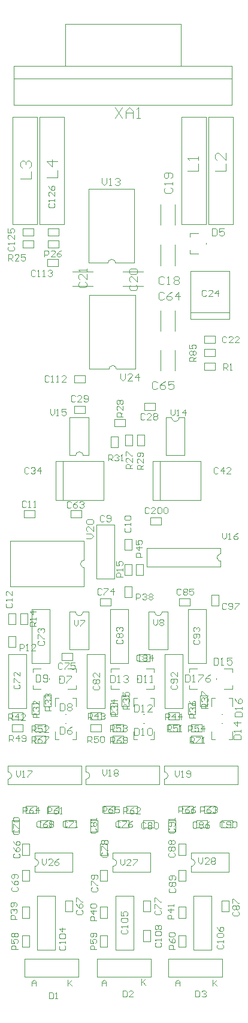
<source format=gto>
*%FSLAX23Y23*%
*%MOIN*%
G01*
D11*
X5626Y7371D02*
Y7585D01*
X4413D02*
Y7371D01*
X4699Y7585D02*
Y7820D01*
X5341D02*
Y7585D01*
X5626Y7517D02*
X4413D01*
Y7371D02*
X5626D01*
X5341Y7820D02*
X4699D01*
X4413Y7585D02*
X5626D01*
D13*
X4513Y2496D02*
Y2472D01*
Y2496D02*
X4524Y2507D01*
X4536Y2496D01*
Y2472D01*
Y2490D01*
X4513D01*
X4713Y2507D02*
Y2472D01*
Y2484D01*
X4736Y2507D01*
X4719Y2490D01*
X4736Y2472D01*
X5123Y2477D02*
Y2512D01*
Y2489D02*
Y2477D01*
Y2489D02*
X5146Y2512D01*
X5129Y2495D01*
X5146Y2477D01*
X5313Y2472D02*
Y2496D01*
X5324Y2507D01*
X5336Y2496D01*
Y2472D01*
Y2490D01*
X5313D01*
X4903Y2496D02*
Y2472D01*
Y2496D02*
X4914Y2507D01*
X4926Y2496D01*
Y2472D01*
Y2490D01*
X4903D01*
X5518Y2507D02*
Y2472D01*
Y2484D01*
X5541Y2507D01*
X5524Y2490D01*
X5541Y2472D01*
D15*
X4608Y2437D02*
Y2402D01*
X4625D01*
X4631Y2408D01*
Y2431D01*
X4625Y2437D01*
X4608D01*
X4643Y2402D02*
X4654D01*
X4648D01*
Y2437D01*
X4649D01*
X4648D02*
X4643Y2431D01*
X5018Y2447D02*
Y2412D01*
X5035D01*
X5041Y2418D01*
Y2441D01*
X5035Y2447D01*
X5018D01*
X5053Y2412D02*
X5076D01*
X5053D02*
X5076Y2435D01*
Y2441D01*
X5070Y2447D01*
X5058D01*
X5053Y2441D01*
X5423Y2447D02*
Y2412D01*
X5440D01*
X5446Y2418D01*
Y2441D01*
X5440Y2447D01*
X5423D01*
X5458Y2441D02*
X5463Y2447D01*
X5475D01*
X5481Y2441D01*
Y2435D01*
X5482D01*
X5481D02*
X5482D01*
X5481D02*
X5482D01*
X5481D02*
X5475Y2430D01*
X5469D01*
X5475D01*
X5481Y2424D01*
Y2418D01*
X5475Y2412D01*
X5463D01*
X5458Y2418D01*
X5198Y2707D02*
X5203Y2712D01*
X5198Y2707D02*
Y2695D01*
X5203Y2689D01*
X5227D01*
X5233Y2695D01*
Y2707D01*
X5227Y2712D01*
X5233Y2724D02*
Y2736D01*
Y2730D01*
X5198D01*
X5199D01*
X5198D02*
X5203Y2724D01*
Y2753D02*
X5198Y2759D01*
Y2771D01*
X5203Y2777D01*
X5227D01*
X5233Y2771D01*
Y2759D01*
X5227Y2753D01*
X5203D01*
Y2788D02*
X5198Y2794D01*
Y2806D01*
X5203Y2811D01*
X5209D01*
X5215Y2806D01*
X5221Y2811D01*
X5227D01*
X5233Y2806D01*
Y2794D01*
X5227Y2788D01*
X5221D01*
X5215Y2794D01*
X5209Y2788D01*
X5203D01*
X5215Y2794D02*
Y2806D01*
X4434Y2675D02*
X4399D01*
Y2693D01*
X4404Y2698D01*
X4416D01*
X4422Y2693D01*
Y2675D01*
X4399Y2710D02*
Y2733D01*
Y2710D02*
X4416D01*
X4410Y2722D01*
Y2728D01*
X4416Y2733D01*
X4428D01*
X4434Y2728D01*
Y2716D01*
X4428Y2710D01*
X4404Y2745D02*
X4399Y2751D01*
Y2763D01*
X4404Y2768D01*
X4410D01*
X4416Y2763D01*
X4422Y2768D01*
X4428D01*
X4434Y2763D01*
Y2751D01*
X4428Y2745D01*
X4422D01*
X4416Y2751D01*
X4410Y2745D01*
X4404D01*
X4416Y2751D02*
Y2763D01*
X4837Y2675D02*
X4872D01*
X4837D02*
Y2693D01*
X4842Y2698D01*
X4854D01*
X4860Y2693D01*
Y2675D01*
X4837Y2710D02*
Y2733D01*
Y2710D02*
X4854D01*
X4848Y2722D01*
Y2728D01*
X4854Y2733D01*
X4866D01*
X4872Y2728D01*
Y2716D01*
X4866Y2710D01*
Y2745D02*
X4872Y2751D01*
Y2763D01*
X4866Y2768D01*
X4842D01*
X4837Y2763D01*
Y2751D01*
X4842Y2745D01*
X4848D01*
X4854Y2751D01*
Y2768D01*
X5274Y2677D02*
X5309D01*
X5274D02*
Y2695D01*
X5279Y2700D01*
X5291D01*
X5297Y2695D01*
Y2677D01*
X5279Y2724D02*
X5274Y2735D01*
X5279Y2724D02*
X5291Y2712D01*
X5303D01*
X5309Y2718D01*
Y2730D01*
X5303Y2735D01*
X5297D01*
X5291Y2730D01*
Y2712D01*
X5279Y2747D02*
X5274Y2753D01*
Y2765D01*
X5279Y2770D01*
X5303D01*
X5309Y2765D01*
Y2753D01*
X5303Y2747D01*
X5279D01*
X4429Y2843D02*
X4394D01*
Y2861D01*
X4399Y2866D01*
X4411D01*
X4417Y2861D01*
Y2843D01*
X4399Y2878D02*
X4394Y2884D01*
Y2896D01*
X4399Y2901D01*
X4405D01*
X4406D01*
X4405D02*
X4406D01*
X4405D02*
X4406D01*
X4405D02*
X4411Y2896D01*
Y2890D01*
Y2896D01*
X4417Y2901D01*
X4423D01*
X4429Y2896D01*
Y2884D01*
X4423Y2878D01*
Y2913D02*
X4429Y2919D01*
Y2931D01*
X4423Y2936D01*
X4399D01*
X4394Y2931D01*
Y2919D01*
X4399Y2913D01*
X4405D01*
X4411Y2919D01*
Y2936D01*
X4837Y2836D02*
X4872D01*
X4837D02*
Y2854D01*
X4842Y2859D01*
X4854D01*
X4860Y2854D01*
Y2836D01*
X4872Y2889D02*
X4837D01*
X4854Y2871D01*
Y2894D01*
X4842Y2906D02*
X4837Y2912D01*
Y2924D01*
X4842Y2929D01*
X4866D01*
X4872Y2924D01*
Y2912D01*
X4866Y2906D01*
X4842D01*
X5267Y2845D02*
X5302D01*
X5267D02*
Y2863D01*
X5272Y2868D01*
X5284D01*
X5290Y2863D01*
Y2845D01*
X5302Y2898D02*
X5267D01*
X5284Y2880D01*
Y2903D01*
X5302Y2915D02*
Y2927D01*
Y2921D01*
X5267D01*
X5268D01*
X5267D02*
X5272Y2915D01*
X4670Y2697D02*
X4665Y2692D01*
Y2680D01*
X4670Y2674D01*
X4694D01*
X4700Y2680D01*
Y2692D01*
X4694Y2697D01*
X4700Y2709D02*
Y2721D01*
Y2715D01*
X4665D01*
X4666D01*
X4665D02*
X4670Y2709D01*
Y2738D02*
X4665Y2744D01*
Y2756D01*
X4670Y2762D01*
X4694D01*
X4700Y2756D01*
Y2744D01*
X4694Y2738D01*
X4670D01*
X4665Y2791D02*
X4700D01*
X4682Y2773D02*
X4665Y2791D01*
X4682Y2796D02*
Y2773D01*
X5009Y2781D02*
X5014Y2786D01*
X5009Y2781D02*
Y2769D01*
X5014Y2763D01*
X5038D01*
X5044Y2769D01*
Y2781D01*
X5038Y2786D01*
X5044Y2798D02*
Y2810D01*
Y2804D01*
X5009D01*
X5010D01*
X5009D02*
X5014Y2798D01*
Y2827D02*
X5009Y2833D01*
Y2845D01*
X5014Y2851D01*
X5038D01*
X5044Y2845D01*
Y2833D01*
X5038Y2827D01*
X5014D01*
X5009Y2862D02*
Y2885D01*
Y2862D02*
X5026D01*
X5020Y2874D01*
Y2880D01*
X5026Y2885D01*
X5038D01*
X5044Y2880D01*
Y2868D01*
X5038Y2862D01*
X5542Y2697D02*
X5547Y2702D01*
X5542Y2697D02*
Y2685D01*
X5547Y2679D01*
X5571D01*
X5577Y2685D01*
Y2697D01*
X5571Y2702D01*
X5577Y2714D02*
Y2726D01*
Y2720D01*
X5542D01*
X5543D01*
X5542D02*
X5547Y2714D01*
Y2743D02*
X5542Y2749D01*
Y2761D01*
X5547Y2767D01*
X5571D01*
X5577Y2761D01*
Y2749D01*
X5571Y2743D01*
X5547D01*
Y2790D02*
X5542Y2801D01*
X5547Y2790D02*
X5559Y2778D01*
X5571D01*
X5577Y2784D01*
Y2796D01*
X5571Y2801D01*
X5565D01*
X5559Y2796D01*
Y2778D01*
X4764Y2894D02*
X4759Y2889D01*
Y2877D01*
X4764Y2871D01*
X4788D01*
X4794Y2877D01*
Y2889D01*
X4788Y2894D01*
X4764Y2918D02*
X4759Y2929D01*
X4764Y2918D02*
X4776Y2906D01*
X4788D01*
X4794Y2912D01*
Y2924D01*
X4788Y2929D01*
X4782D01*
X4776Y2924D01*
Y2906D01*
X4759Y2941D02*
Y2964D01*
X4764D01*
X4788Y2941D01*
X4794D01*
X5196Y2887D02*
X5201Y2892D01*
X5196Y2887D02*
Y2875D01*
X5201Y2869D01*
X5225D01*
X5231Y2875D01*
Y2887D01*
X5225Y2892D01*
X5196Y2904D02*
Y2927D01*
X5201D01*
X5225Y2904D01*
X5231D01*
X5196Y2939D02*
Y2962D01*
X5201D01*
X5225Y2939D01*
X5231D01*
X5630Y2881D02*
X5635Y2886D01*
X5630Y2881D02*
Y2869D01*
X5635Y2863D01*
X5659D01*
X5665Y2869D01*
Y2881D01*
X5659Y2886D01*
X5635Y2898D02*
X5630Y2904D01*
Y2916D01*
X5635Y2921D01*
X5641D01*
X5647Y2916D01*
X5653Y2921D01*
X5659D01*
X5665Y2916D01*
Y2904D01*
X5659Y2898D01*
X5653D01*
X5647Y2904D01*
X5641Y2898D01*
X5635D01*
X5647Y2904D02*
Y2916D01*
X5630Y2933D02*
Y2956D01*
X5635D01*
X5659Y2933D01*
X5665D01*
X4404Y3023D02*
X4399Y3018D01*
Y3006D01*
X4404Y3000D01*
X4428D01*
X4434Y3006D01*
Y3018D01*
X4428Y3023D01*
X4404Y3047D02*
X4399Y3058D01*
X4404Y3047D02*
X4416Y3035D01*
X4428D01*
X4434Y3041D01*
Y3053D01*
X4428Y3058D01*
X4422D01*
X4416Y3053D01*
Y3035D01*
X4428Y3070D02*
X4434Y3076D01*
Y3088D01*
X4428Y3093D01*
X4404D01*
X4399Y3088D01*
Y3076D01*
X4404Y3070D01*
X4410D01*
X4416Y3076D01*
Y3093D01*
X4843Y3016D02*
X4848Y3021D01*
X4843Y3016D02*
Y3004D01*
X4848Y2998D01*
X4872D01*
X4878Y3004D01*
Y3016D01*
X4872Y3021D01*
X4843Y3033D02*
Y3056D01*
X4848D01*
X4872Y3033D01*
X4878D01*
X4872Y3068D02*
X4878Y3074D01*
Y3086D01*
X4872Y3091D01*
X4848D01*
X4843Y3086D01*
Y3074D01*
X4848Y3068D01*
X4854D01*
X4860Y3074D01*
Y3091D01*
X5276Y3010D02*
X5281Y3015D01*
X5276Y3010D02*
Y2998D01*
X5281Y2992D01*
X5305D01*
X5311Y2998D01*
Y3010D01*
X5305Y3015D01*
X5281Y3027D02*
X5276Y3033D01*
Y3045D01*
X5281Y3050D01*
X5287D01*
X5293Y3045D01*
X5299Y3050D01*
X5305D01*
X5311Y3045D01*
Y3033D01*
X5305Y3027D01*
X5299D01*
X5293Y3033D01*
X5287Y3027D01*
X5281D01*
X5293Y3033D02*
Y3045D01*
X5305Y3062D02*
X5311Y3068D01*
Y3080D01*
X5305Y3085D01*
X5281D01*
X5276Y3080D01*
Y3068D01*
X5281Y3062D01*
X5287D01*
X5293Y3068D01*
Y3085D01*
X4414Y3208D02*
X4409Y3203D01*
Y3191D01*
X4414Y3185D01*
X4438D01*
X4444Y3191D01*
Y3203D01*
X4438Y3208D01*
X4414Y3232D02*
X4409Y3243D01*
X4414Y3232D02*
X4426Y3220D01*
X4438D01*
X4444Y3226D01*
Y3238D01*
X4438Y3243D01*
X4432D01*
X4426Y3238D01*
Y3220D01*
X4414Y3267D02*
X4409Y3278D01*
X4414Y3267D02*
X4426Y3255D01*
X4438D01*
X4444Y3261D01*
Y3273D01*
X4438Y3278D01*
X4432D01*
X4426Y3273D01*
Y3255D01*
X4899Y3209D02*
X4904Y3214D01*
X4899Y3209D02*
Y3197D01*
X4904Y3191D01*
X4928D01*
X4934Y3197D01*
Y3209D01*
X4928Y3214D01*
X4899Y3226D02*
Y3249D01*
X4904D01*
X4928Y3226D01*
X4934D01*
X4904Y3261D02*
X4899Y3267D01*
Y3279D01*
X4904Y3284D01*
X4910D01*
X4916Y3279D01*
X4922Y3284D01*
X4928D01*
X4934Y3279D01*
Y3267D01*
X4928Y3261D01*
X4922D01*
X4916Y3267D01*
X4910Y3261D01*
X4904D01*
X4916Y3267D02*
Y3279D01*
X5273Y3207D02*
X5278Y3212D01*
X5273Y3207D02*
Y3195D01*
X5278Y3189D01*
X5302D01*
X5308Y3195D01*
Y3207D01*
X5302Y3212D01*
X5278Y3224D02*
X5273Y3230D01*
Y3242D01*
X5278Y3247D01*
X5284D01*
X5290Y3242D01*
X5296Y3247D01*
X5302D01*
X5308Y3242D01*
Y3230D01*
X5302Y3224D01*
X5296D01*
X5290Y3230D01*
X5284Y3224D01*
X5278D01*
X5290Y3230D02*
Y3242D01*
X5278Y3259D02*
X5273Y3265D01*
Y3277D01*
X5278Y3282D01*
X5284D01*
X5290Y3277D01*
X5296Y3282D01*
X5302D01*
X5308Y3277D01*
Y3265D01*
X5302Y3259D01*
X5296D01*
X5290Y3265D01*
X5284Y3259D01*
X5278D01*
X5290Y3265D02*
Y3277D01*
X4707Y3384D02*
X4701Y3390D01*
X4689D01*
X4684Y3384D01*
Y3361D01*
X4689Y3355D01*
X4701D01*
X4707Y3361D01*
X4719Y3390D02*
X4742D01*
Y3384D01*
X4719Y3361D01*
Y3355D01*
X4754D02*
X4765D01*
X4759D01*
Y3390D01*
X4760D01*
X4759D02*
X4754Y3384D01*
X5576Y3388D02*
X5582Y3382D01*
X5576Y3388D02*
X5564D01*
X5559Y3382D01*
Y3359D01*
X5564Y3353D01*
X5576D01*
X5582Y3359D01*
X5594D02*
X5599Y3353D01*
X5611D01*
X5617Y3359D01*
Y3382D01*
X5611Y3388D01*
X5599D01*
X5594Y3382D01*
Y3376D01*
X5599Y3371D01*
X5617D01*
X5629Y3382D02*
X5634Y3388D01*
X5646D01*
X5652Y3382D01*
Y3359D01*
X5646Y3353D01*
X5634D01*
X5629Y3359D01*
Y3382D01*
X5450Y3435D02*
Y3470D01*
X5467D01*
X5473Y3464D01*
Y3453D01*
X5467Y3447D01*
X5450D01*
X5496Y3464D02*
X5508Y3470D01*
X5496Y3464D02*
X5485Y3453D01*
Y3441D01*
X5490Y3435D01*
X5502D01*
X5508Y3441D01*
Y3447D01*
X5502Y3453D01*
X5485D01*
X5520Y3464D02*
X5525Y3470D01*
X5537D01*
X5543Y3464D01*
Y3458D01*
X5544D01*
X5543D02*
X5544D01*
X5543D02*
X5544D01*
X5543D02*
X5537Y3453D01*
X5531D01*
X5537D01*
X5543Y3447D01*
Y3441D01*
X5537Y3435D01*
X5525D01*
X5520Y3441D01*
X5022Y3431D02*
Y3466D01*
X5039D01*
X5045Y3460D01*
Y3449D01*
X5039Y3443D01*
X5022D01*
X5068Y3460D02*
X5080Y3466D01*
X5068Y3460D02*
X5057Y3449D01*
Y3437D01*
X5062Y3431D01*
X5074D01*
X5080Y3437D01*
Y3443D01*
X5074Y3449D01*
X5057D01*
X5092Y3431D02*
X5115D01*
X5092D02*
X5115Y3454D01*
Y3460D01*
X5109Y3466D01*
X5097D01*
X5092Y3460D01*
X4599Y3466D02*
Y3431D01*
Y3466D02*
X4616D01*
X4622Y3460D01*
Y3449D01*
X4616Y3443D01*
X4599D01*
X4645Y3460D02*
X4657Y3466D01*
X4645Y3460D02*
X4634Y3449D01*
Y3437D01*
X4639Y3431D01*
X4651D01*
X4657Y3437D01*
Y3443D01*
X4651Y3449D01*
X4634D01*
X4669Y3431D02*
X4680D01*
X4674D01*
Y3466D01*
X4675D01*
X4674D02*
X4669Y3460D01*
X4462Y3468D02*
Y3433D01*
Y3468D02*
X4479D01*
X4485Y3462D01*
Y3451D01*
X4479Y3445D01*
X4462D01*
X4508Y3462D02*
X4520Y3468D01*
X4508Y3462D02*
X4497Y3451D01*
Y3439D01*
X4502Y3433D01*
X4514D01*
X4520Y3439D01*
Y3445D01*
X4514Y3451D01*
X4497D01*
X4549Y3433D02*
Y3468D01*
X4532Y3451D01*
X4555D01*
X4905Y3435D02*
Y3470D01*
X4922D01*
X4928Y3464D01*
Y3453D01*
X4922Y3447D01*
X4905D01*
X4951Y3464D02*
X4963Y3470D01*
X4951Y3464D02*
X4940Y3453D01*
Y3441D01*
X4945Y3435D01*
X4957D01*
X4963Y3441D01*
Y3447D01*
X4957Y3453D01*
X4940D01*
X4975Y3470D02*
X4998D01*
X4975D02*
Y3453D01*
X4986Y3458D01*
X4992D01*
X4998Y3453D01*
Y3441D01*
X4992Y3435D01*
X4980D01*
X4975Y3441D01*
X5329Y3435D02*
Y3470D01*
X5346D01*
X5352Y3464D01*
Y3453D01*
X5346Y3447D01*
X5329D01*
X5375Y3464D02*
X5387Y3470D01*
X5375Y3464D02*
X5364Y3453D01*
Y3441D01*
X5369Y3435D01*
X5381D01*
X5387Y3441D01*
Y3447D01*
X5381Y3453D01*
X5364D01*
X5410Y3464D02*
X5422Y3470D01*
X5410Y3464D02*
X5399Y3453D01*
Y3441D01*
X5404Y3435D01*
X5416D01*
X5422Y3441D01*
Y3447D01*
X5416Y3453D01*
X5399D01*
X4412Y3339D02*
X4407Y3334D01*
Y3322D01*
X4412Y3316D01*
X4436D01*
X4442Y3322D01*
Y3334D01*
X4436Y3339D01*
X4407Y3351D02*
Y3374D01*
X4412D01*
X4436Y3351D01*
X4442D01*
X4412Y3386D02*
X4407Y3392D01*
Y3404D01*
X4412Y3409D01*
X4436D01*
X4442Y3404D01*
Y3392D01*
X4436Y3386D01*
X4412D01*
X4837Y3342D02*
X4842Y3347D01*
X4837Y3342D02*
Y3330D01*
X4842Y3324D01*
X4866D01*
X4872Y3330D01*
Y3342D01*
X4866Y3347D01*
X4842Y3359D02*
X4837Y3365D01*
Y3377D01*
X4842Y3382D01*
X4848D01*
X4854Y3377D01*
X4860Y3382D01*
X4866D01*
X4872Y3377D01*
Y3365D01*
X4866Y3359D01*
X4860D01*
X4854Y3365D01*
X4848Y3359D01*
X4842D01*
X4854Y3365D02*
Y3377D01*
X4872Y3394D02*
Y3406D01*
Y3400D01*
X4837D01*
X4838D01*
X4837D02*
X4842Y3394D01*
X5273Y3342D02*
X5278Y3347D01*
X5273Y3342D02*
Y3330D01*
X5278Y3324D01*
X5302D01*
X5308Y3330D01*
Y3342D01*
X5302Y3347D01*
Y3359D02*
X5308Y3365D01*
Y3377D01*
X5302Y3382D01*
X5278D01*
X5273Y3377D01*
Y3365D01*
X5278Y3359D01*
X5284D01*
X5290Y3365D01*
Y3382D01*
X5308Y3394D02*
Y3406D01*
Y3400D01*
X5273D01*
X5274D01*
X5273D02*
X5278Y3394D01*
X4563Y3384D02*
X4557Y3390D01*
X4545D01*
X4540Y3384D01*
Y3361D01*
X4545Y3355D01*
X4557D01*
X4563Y3361D01*
X4586Y3384D02*
X4598Y3390D01*
X4586Y3384D02*
X4575Y3373D01*
Y3361D01*
X4580Y3355D01*
X4592D01*
X4598Y3361D01*
Y3367D01*
X4592Y3373D01*
X4575D01*
X4610Y3384D02*
X4615Y3390D01*
X4627D01*
X4633Y3384D01*
Y3378D01*
X4627Y3373D01*
X4633Y3367D01*
Y3361D01*
X4627Y3355D01*
X4615D01*
X4610Y3361D01*
Y3367D01*
X4615Y3373D01*
X4610Y3378D01*
Y3384D01*
X4615Y3373D02*
X4627D01*
X4996Y3390D02*
X5002Y3384D01*
X4996Y3390D02*
X4984D01*
X4979Y3384D01*
Y3361D01*
X4984Y3355D01*
X4996D01*
X5002Y3361D01*
X5014Y3390D02*
X5037D01*
Y3384D01*
X5014Y3361D01*
Y3355D01*
X5060Y3384D02*
X5072Y3390D01*
X5060Y3384D02*
X5049Y3373D01*
Y3361D01*
X5054Y3355D01*
X5066D01*
X5072Y3361D01*
Y3367D01*
X5066Y3373D01*
X5049D01*
X5424Y3386D02*
X5430Y3380D01*
X5424Y3386D02*
X5412D01*
X5407Y3380D01*
Y3357D01*
X5412Y3351D01*
X5424D01*
X5430Y3357D01*
X5442Y3380D02*
X5447Y3386D01*
X5459D01*
X5465Y3380D01*
Y3374D01*
X5459Y3369D01*
X5465Y3363D01*
Y3357D01*
X5459Y3351D01*
X5447D01*
X5442Y3357D01*
Y3363D01*
X5447Y3369D01*
X5442Y3374D01*
Y3380D01*
X5447Y3369D02*
X5459D01*
X5488Y3380D02*
X5500Y3386D01*
X5488Y3380D02*
X5477Y3369D01*
Y3357D01*
X5482Y3351D01*
X5494D01*
X5500Y3357D01*
Y3363D01*
X5494Y3369D01*
X5477D01*
X5145Y3376D02*
X5139Y3382D01*
X5127D01*
X5122Y3376D01*
Y3353D01*
X5127Y3347D01*
X5139D01*
X5145Y3353D01*
X5157Y3376D02*
X5162Y3382D01*
X5174D01*
X5180Y3376D01*
Y3370D01*
X5174Y3365D01*
X5180Y3359D01*
Y3353D01*
X5174Y3347D01*
X5162D01*
X5157Y3353D01*
Y3359D01*
X5162Y3365D01*
X5157Y3370D01*
Y3376D01*
X5162Y3365D02*
X5174D01*
X5192Y3376D02*
X5197Y3382D01*
X5209D01*
X5215Y3376D01*
Y3353D01*
X5209Y3347D01*
X5197D01*
X5192Y3353D01*
Y3376D01*
X4569Y3179D02*
Y3156D01*
X4580Y3144D01*
X4592Y3156D01*
Y3179D01*
X4604Y3144D02*
X4627D01*
X4604D02*
X4627Y3167D01*
Y3173D01*
X4621Y3179D01*
X4609D01*
X4604Y3173D01*
X4650D02*
X4662Y3179D01*
X4650Y3173D02*
X4639Y3162D01*
Y3150D01*
X4644Y3144D01*
X4656D01*
X4662Y3150D01*
Y3156D01*
X4656Y3162D01*
X4639D01*
X5005Y3154D02*
Y3177D01*
Y3154D02*
X5016Y3142D01*
X5028Y3154D01*
Y3177D01*
X5040Y3142D02*
X5063D01*
X5040D02*
X5063Y3165D01*
Y3171D01*
X5057Y3177D01*
X5045D01*
X5040Y3171D01*
X5075Y3177D02*
X5098D01*
Y3171D01*
X5075Y3148D01*
Y3142D01*
X5440Y3162D02*
Y3185D01*
Y3162D02*
X5451Y3150D01*
X5463Y3162D01*
Y3185D01*
X5475Y3150D02*
X5498D01*
X5475D02*
X5498Y3173D01*
Y3179D01*
X5492Y3185D01*
X5480D01*
X5475Y3179D01*
X5510D02*
X5515Y3185D01*
X5527D01*
X5533Y3179D01*
Y3173D01*
X5527Y3168D01*
X5533Y3162D01*
Y3156D01*
X5527Y3150D01*
X5515D01*
X5510Y3156D01*
Y3162D01*
X5515Y3168D01*
X5510Y3173D01*
Y3179D01*
X5515Y3168D02*
X5527D01*
X4425Y3646D02*
Y3669D01*
Y3646D02*
X4436Y3634D01*
X4448Y3646D01*
Y3669D01*
X4460Y3634D02*
X4471D01*
X4465D01*
Y3669D01*
X4466D01*
X4465D02*
X4460Y3663D01*
X4489Y3669D02*
X4512D01*
Y3663D01*
X4489Y3640D01*
Y3634D01*
X4905Y3652D02*
Y3675D01*
Y3652D02*
X4916Y3640D01*
X4928Y3652D01*
Y3675D01*
X4940Y3640D02*
X4951D01*
X4945D01*
Y3675D01*
X4946D01*
X4945D02*
X4940Y3669D01*
X4969D02*
X4975Y3675D01*
X4986D01*
X4992Y3669D01*
Y3663D01*
X4986Y3658D01*
X4992Y3652D01*
Y3646D01*
X4986Y3640D01*
X4975D01*
X4969Y3646D01*
Y3652D01*
X4975Y3658D01*
X4969Y3663D01*
Y3669D01*
X4975Y3658D02*
X4986D01*
X5309Y3669D02*
Y3646D01*
X5320Y3634D01*
X5332Y3646D01*
Y3669D01*
X5344Y3634D02*
X5355D01*
X5349D01*
Y3669D01*
X5350D01*
X5349D02*
X5344Y3663D01*
X5373Y3640D02*
X5379Y3634D01*
X5390D01*
X5396Y3640D01*
Y3663D01*
X5390Y3669D01*
X5379D01*
X5373Y3663D01*
Y3657D01*
X5379Y3652D01*
X5396D01*
X4386Y3832D02*
Y3867D01*
X4403D01*
X4409Y3861D01*
Y3850D01*
X4403Y3844D01*
X4386D01*
X4397D02*
X4409Y3832D01*
X4438D02*
Y3867D01*
X4421Y3850D01*
X4444D01*
X4456Y3838D02*
X4461Y3832D01*
X4473D01*
X4479Y3838D01*
Y3861D01*
X4473Y3867D01*
X4461D01*
X4456Y3861D01*
Y3855D01*
X4461Y3850D01*
X4479D01*
X4511Y3884D02*
Y3919D01*
X4528D01*
X4534Y3913D01*
Y3902D01*
X4528Y3896D01*
X4511D01*
X4522D02*
X4534Y3884D01*
X4546Y3919D02*
X4569D01*
X4546D02*
Y3902D01*
X4557Y3907D01*
X4563D01*
X4569Y3902D01*
Y3890D01*
X4563Y3884D01*
X4551D01*
X4546Y3890D01*
X4581Y3884D02*
X4604D01*
X4581D02*
X4604Y3907D01*
Y3913D01*
X4598Y3919D01*
X4586D01*
X4581Y3913D01*
X4511Y3859D02*
Y3824D01*
Y3859D02*
X4528D01*
X4534Y3853D01*
Y3842D01*
X4528Y3836D01*
X4511D01*
X4522D02*
X4534Y3824D01*
X4557Y3853D02*
X4569Y3859D01*
X4557Y3853D02*
X4546Y3842D01*
Y3830D01*
X4551Y3824D01*
X4563D01*
X4569Y3830D01*
Y3836D01*
X4563Y3842D01*
X4546D01*
X4581Y3859D02*
X4604D01*
Y3853D01*
X4581Y3830D01*
Y3824D01*
X4382Y3951D02*
Y3986D01*
X4399D01*
X4405Y3980D01*
Y3969D01*
X4399Y3963D01*
X4382D01*
X4393D02*
X4405Y3951D01*
X4434D02*
Y3986D01*
X4417Y3969D01*
X4440D01*
X4452Y3951D02*
X4475D01*
X4452D02*
X4475Y3974D01*
Y3980D01*
X4469Y3986D01*
X4457D01*
X4452Y3980D01*
X4823Y3861D02*
Y3826D01*
Y3861D02*
X4840D01*
X4846Y3855D01*
Y3844D01*
X4840Y3838D01*
X4823D01*
X4834D02*
X4846Y3826D01*
X4858Y3861D02*
X4881D01*
X4858D02*
Y3844D01*
X4869Y3849D01*
X4875D01*
X4881Y3844D01*
Y3832D01*
X4875Y3826D01*
X4863D01*
X4858Y3832D01*
X4893Y3855D02*
X4898Y3861D01*
X4910D01*
X4916Y3855D01*
Y3832D01*
X4910Y3826D01*
X4898D01*
X4893Y3832D01*
Y3855D01*
X4825Y3955D02*
Y3990D01*
X4842D01*
X4848Y3984D01*
Y3973D01*
X4842Y3967D01*
X4825D01*
X4836D02*
X4848Y3955D01*
X4877D02*
Y3990D01*
X4860Y3973D01*
X4883D01*
X4895Y3984D02*
X4900Y3990D01*
X4912D01*
X4918Y3984D01*
Y3978D01*
X4919D01*
X4918D02*
X4919D01*
X4918D02*
X4919D01*
X4918D02*
X4912Y3973D01*
X4906D01*
X4912D01*
X4918Y3967D01*
Y3961D01*
X4912Y3955D01*
X4900D01*
X4895Y3961D01*
X4948Y3923D02*
Y3888D01*
Y3923D02*
X4965D01*
X4971Y3917D01*
Y3906D01*
X4965Y3900D01*
X4948D01*
X4959D02*
X4971Y3888D01*
X4983Y3923D02*
X5006D01*
X4983D02*
Y3906D01*
X4994Y3911D01*
X5000D01*
X5006Y3906D01*
Y3894D01*
X5000Y3888D01*
X4988D01*
X4983Y3894D01*
X5018Y3917D02*
X5023Y3923D01*
X5035D01*
X5041Y3917D01*
Y3911D01*
X5042D01*
X5041D02*
X5042D01*
X5041D02*
X5042D01*
X5041D02*
X5035Y3906D01*
X5029D01*
X5035D01*
X5041Y3900D01*
Y3894D01*
X5035Y3888D01*
X5023D01*
X5018Y3894D01*
X4950Y3857D02*
Y3822D01*
Y3857D02*
X4967D01*
X4973Y3851D01*
Y3840D01*
X4967Y3834D01*
X4950D01*
X4961D02*
X4973Y3822D01*
X4996Y3851D02*
X5008Y3857D01*
X4996Y3851D02*
X4985Y3840D01*
Y3828D01*
X4990Y3822D01*
X5002D01*
X5008Y3828D01*
Y3834D01*
X5002Y3840D01*
X4985D01*
X5020Y3828D02*
X5025Y3822D01*
X5037D01*
X5043Y3828D01*
Y3851D01*
X5037Y3857D01*
X5025D01*
X5020Y3851D01*
Y3845D01*
X5025Y3840D01*
X5043D01*
X5391Y3822D02*
Y3857D01*
X5408D01*
X5414Y3851D01*
Y3840D01*
X5408Y3834D01*
X5391D01*
X5402D02*
X5414Y3822D01*
X5426Y3857D02*
X5449D01*
Y3851D01*
X5426Y3828D01*
Y3822D01*
X5461D02*
X5472D01*
X5466D01*
Y3857D01*
X5467D01*
X5466D02*
X5461Y3851D01*
X5382Y3886D02*
Y3921D01*
X5399D01*
X5405Y3915D01*
Y3904D01*
X5399Y3898D01*
X5382D01*
X5417Y3921D02*
X5440D01*
X5417D02*
Y3904D01*
X5428Y3909D01*
X5434D01*
X5440Y3904D01*
Y3892D01*
X5434Y3886D01*
X5422D01*
X5417Y3892D01*
X5469Y3886D02*
Y3921D01*
X5452Y3904D01*
X5475D01*
X5265Y3888D02*
Y3923D01*
X5282D01*
X5288Y3917D01*
Y3906D01*
X5282Y3900D01*
X5265D01*
X5276D02*
X5288Y3888D01*
X5300Y3923D02*
X5323D01*
X5300D02*
Y3906D01*
X5311Y3911D01*
X5317D01*
X5323Y3906D01*
Y3894D01*
X5317Y3888D01*
X5305D01*
X5300Y3894D01*
X5335Y3888D02*
X5346D01*
X5340D01*
Y3923D01*
X5341D01*
X5340D02*
X5335Y3917D01*
X5255Y3953D02*
Y3988D01*
X5272D01*
X5278Y3982D01*
Y3971D01*
X5272Y3965D01*
X5255D01*
X5266D02*
X5278Y3953D01*
X5307D02*
Y3988D01*
X5290Y3971D01*
X5313D01*
X5342Y3953D02*
Y3988D01*
X5325Y3971D01*
X5348D01*
X4614Y5656D02*
Y5679D01*
Y5656D02*
X4625Y5644D01*
X4637Y5656D01*
Y5679D01*
X4649Y5644D02*
X4660D01*
X4654D01*
Y5679D01*
X4655D01*
X4654D02*
X4649Y5673D01*
X4678Y5679D02*
X4701D01*
X4678D02*
Y5662D01*
X4689Y5667D01*
X4695D01*
X4701Y5662D01*
Y5650D01*
X4695Y5644D01*
X4684D01*
X4678Y5650D01*
X5097Y5345D02*
X5132D01*
X5097D02*
Y5363D01*
X5102Y5368D01*
X5114D01*
X5120Y5363D01*
Y5345D01*
Y5357D02*
X5132Y5368D01*
Y5380D02*
Y5403D01*
Y5380D02*
X5108Y5403D01*
X5102D01*
X5097Y5398D01*
Y5386D01*
X5102Y5380D01*
X5126Y5415D02*
X5132Y5421D01*
Y5433D01*
X5126Y5438D01*
X5102D01*
X5097Y5433D01*
Y5421D01*
X5102Y5415D01*
X5108D01*
X5114Y5421D01*
Y5438D01*
X4481Y5163D02*
X4475Y5169D01*
X4463D01*
X4458Y5163D01*
Y5140D01*
X4463Y5134D01*
X4475D01*
X4481Y5140D01*
X4493Y5134D02*
X4504D01*
X4498D01*
Y5169D01*
X4499D01*
X4498D02*
X4493Y5163D01*
X4522Y5134D02*
X4533D01*
X4528D01*
Y5169D01*
X4529D01*
X4528D02*
X4522Y5163D01*
X5158Y5134D02*
X5164Y5128D01*
X5158Y5134D02*
X5146D01*
X5141Y5128D01*
Y5105D01*
X5146Y5099D01*
X5158D01*
X5164Y5105D01*
X5176Y5099D02*
X5199D01*
X5176D02*
X5199Y5122D01*
Y5128D01*
X5193Y5134D01*
X5181D01*
X5176Y5128D01*
X5211D02*
X5216Y5134D01*
X5228D01*
X5234Y5128D01*
Y5105D01*
X5228Y5099D01*
X5216D01*
X5211Y5105D01*
Y5128D01*
X5246D02*
X5251Y5134D01*
X5263D01*
X5269Y5128D01*
Y5105D01*
X5263Y5099D01*
X5251D01*
X5246Y5105D01*
Y5128D01*
X5033Y5021D02*
X5028Y5016D01*
Y5004D01*
X5033Y4998D01*
X5057D01*
X5063Y5004D01*
Y5016D01*
X5057Y5021D01*
X5063Y5033D02*
Y5045D01*
Y5039D01*
X5028D01*
X5029D01*
X5028D02*
X5033Y5033D01*
Y5062D02*
X5028Y5068D01*
Y5080D01*
X5033Y5086D01*
X5057D01*
X5063Y5080D01*
Y5068D01*
X5057Y5062D01*
X5033D01*
X5018Y4746D02*
X4983D01*
Y4764D01*
X4988Y4769D01*
X5000D01*
X5006Y4764D01*
Y4746D01*
X5018Y4781D02*
Y4793D01*
Y4787D01*
X4983D01*
X4984D01*
X4983D02*
X4988Y4781D01*
X4983Y4810D02*
Y4834D01*
Y4810D02*
X5000D01*
X4994Y4822D01*
Y4828D01*
X5000Y4834D01*
X5012D01*
X5018Y4828D01*
Y4816D01*
X5012Y4810D01*
X4536Y4472D02*
X4501D01*
Y4490D01*
X4506Y4495D01*
X4518D01*
X4524Y4490D01*
Y4472D01*
Y4484D02*
X4536Y4495D01*
Y4507D02*
Y4519D01*
Y4513D01*
X4501D01*
X4502D01*
X4501D02*
X4506Y4507D01*
X4501Y4554D02*
X4536D01*
X4518Y4536D02*
X4501Y4554D01*
X4518Y4560D02*
Y4536D01*
X4373Y4601D02*
X4368Y4596D01*
Y4584D01*
X4373Y4578D01*
X4397D01*
X4403Y4584D01*
Y4596D01*
X4397Y4601D01*
X4403Y4613D02*
Y4625D01*
Y4619D01*
X4368D01*
X4369D01*
X4368D02*
X4373Y4613D01*
X4403Y4642D02*
Y4666D01*
Y4642D02*
X4379Y4666D01*
X4373D01*
X4368Y4660D01*
Y4648D01*
X4373Y4642D01*
X4446Y4373D02*
Y4338D01*
Y4373D02*
X4463D01*
X4469Y4367D01*
Y4356D01*
X4463Y4350D01*
X4446D01*
X4481Y4338D02*
X4492D01*
X4486D01*
Y4373D01*
X4487D01*
X4486D02*
X4481Y4367D01*
X4510Y4338D02*
X4533D01*
X4510D02*
X4533Y4361D01*
Y4367D01*
X4527Y4373D01*
X4516D01*
X4510Y4367D01*
X4731Y5160D02*
X4725Y5166D01*
X4713D01*
X4708Y5160D01*
Y5137D01*
X4713Y5131D01*
X4725D01*
X4731Y5137D01*
X4754Y5160D02*
X4766Y5166D01*
X4754Y5160D02*
X4743Y5149D01*
Y5137D01*
X4748Y5131D01*
X4760D01*
X4766Y5137D01*
Y5143D01*
X4760Y5149D01*
X4743D01*
X4778Y5160D02*
X4783Y5166D01*
X4795D01*
X4801Y5160D01*
Y5154D01*
X4802D01*
X4801D02*
X4802D01*
X4801D02*
X4802D01*
X4801D02*
X4795Y5149D01*
X4789D01*
X4795D01*
X4801Y5143D01*
Y5137D01*
X4795Y5131D01*
X4783D01*
X4778Y5137D01*
X5091Y4857D02*
X5126D01*
X5091D02*
Y4875D01*
X5096Y4880D01*
X5108D01*
X5114Y4875D01*
Y4857D01*
X5126Y4910D02*
X5091D01*
X5108Y4892D01*
Y4915D01*
X5091Y4927D02*
Y4950D01*
Y4927D02*
X5108D01*
X5102Y4939D01*
Y4945D01*
X5108Y4950D01*
X5120D01*
X5126Y4945D01*
Y4933D01*
X5120Y4927D01*
X4916Y5083D02*
X4910Y5089D01*
X4898D01*
X4893Y5083D01*
Y5060D01*
X4898Y5054D01*
X4910D01*
X4916Y5060D01*
X4928D02*
X4933Y5054D01*
X4945D01*
X4951Y5060D01*
Y5083D01*
X4945Y5089D01*
X4933D01*
X4928Y5083D01*
Y5077D01*
X4933Y5072D01*
X4951D01*
X4552Y3965D02*
X4517D01*
Y3983D01*
X4522Y3988D01*
X4534D01*
X4540Y3983D01*
Y3965D01*
X4522Y4000D02*
X4517Y4006D01*
Y4018D01*
X4522Y4023D01*
X4528D01*
X4529D01*
X4528D02*
X4529D01*
X4528D02*
X4529D01*
X4528D02*
X4534Y4018D01*
Y4012D01*
Y4018D01*
X4540Y4023D01*
X4546D01*
X4552Y4018D01*
Y4006D01*
X4546Y4000D01*
X4552Y4035D02*
Y4058D01*
Y4035D02*
X4528Y4058D01*
X4522D01*
X4517Y4053D01*
Y4041D01*
X4522Y4035D01*
X4411Y4143D02*
X4416Y4148D01*
X4411Y4143D02*
Y4131D01*
X4416Y4125D01*
X4440D01*
X4446Y4131D01*
Y4143D01*
X4440Y4148D01*
X4411Y4160D02*
Y4183D01*
X4416D01*
X4440Y4160D01*
X4446D01*
Y4195D02*
Y4218D01*
Y4195D02*
X4422Y4218D01*
X4416D01*
X4411Y4213D01*
Y4201D01*
X4416Y4195D01*
X4585Y4004D02*
X4620D01*
X4585D02*
Y4022D01*
X4590Y4027D01*
X4602D01*
X4608Y4022D01*
Y4004D01*
X4590Y4039D02*
X4585Y4045D01*
Y4057D01*
X4590Y4062D01*
X4596D01*
X4597D01*
X4596D02*
X4597D01*
X4596D02*
X4597D01*
X4596D02*
X4602Y4057D01*
Y4051D01*
Y4057D01*
X4608Y4062D01*
X4614D01*
X4620Y4057D01*
Y4045D01*
X4614Y4039D01*
X4590Y4074D02*
X4585Y4080D01*
Y4092D01*
X4590Y4097D01*
X4596D01*
X4597D01*
X4596D02*
X4597D01*
X4596D02*
X4597D01*
X4596D02*
X4602Y4092D01*
Y4086D01*
Y4092D01*
X4608Y4097D01*
X4614D01*
X4620Y4092D01*
Y4080D01*
X4614Y4074D01*
X4747Y4484D02*
Y4507D01*
Y4484D02*
X4758Y4472D01*
X4770Y4484D01*
Y4507D01*
X4782D02*
X4805D01*
Y4501D01*
X4782Y4478D01*
Y4472D01*
X4676Y4269D02*
X4682Y4263D01*
X4676Y4269D02*
X4664D01*
X4659Y4263D01*
Y4240D01*
X4664Y4234D01*
X4676D01*
X4682Y4240D01*
X4694Y4269D02*
X4717D01*
Y4263D01*
X4694Y4240D01*
Y4234D01*
X4729Y4269D02*
X4752D01*
X4729D02*
Y4252D01*
X4740Y4257D01*
X4746D01*
X4752Y4252D01*
Y4240D01*
X4746Y4234D01*
X4734D01*
X4729Y4240D01*
X4853Y4137D02*
X4858Y4142D01*
X4853Y4137D02*
Y4125D01*
X4858Y4119D01*
X4882D01*
X4888Y4125D01*
Y4137D01*
X4882Y4142D01*
X4858Y4154D02*
X4853Y4160D01*
Y4172D01*
X4858Y4177D01*
X4864D01*
X4870Y4172D01*
X4876Y4177D01*
X4882D01*
X4888Y4172D01*
Y4160D01*
X4882Y4154D01*
X4876D01*
X4870Y4160D01*
X4864Y4154D01*
X4858D01*
X4870Y4160D02*
Y4172D01*
X4888Y4189D02*
Y4212D01*
Y4189D02*
X4864Y4212D01*
X4858D01*
X4853Y4207D01*
Y4195D01*
X4858Y4189D01*
X5019Y4013D02*
X5054D01*
X5019D02*
Y4031D01*
X5024Y4036D01*
X5036D01*
X5042Y4031D01*
Y4013D01*
X5024Y4048D02*
X5019Y4054D01*
Y4066D01*
X5024Y4071D01*
X5030D01*
X5031D01*
X5030D02*
X5031D01*
X5030D02*
X5031D01*
X5030D02*
X5036Y4066D01*
Y4060D01*
Y4066D01*
X5042Y4071D01*
X5048D01*
X5054Y4066D01*
Y4054D01*
X5048Y4048D01*
X5019Y4083D02*
Y4106D01*
Y4083D02*
X5036D01*
X5030Y4095D01*
Y4101D01*
X5036Y4106D01*
X5048D01*
X5054Y4101D01*
Y4089D01*
X5048Y4083D01*
X4987Y3972D02*
X4952D01*
Y3990D01*
X4957Y3995D01*
X4969D01*
X4975Y3990D01*
Y3972D01*
X4957Y4007D02*
X4952Y4013D01*
Y4025D01*
X4957Y4030D01*
X4963D01*
X4964D01*
X4963D02*
X4964D01*
X4963D02*
X4964D01*
X4963D02*
X4969Y4025D01*
Y4019D01*
Y4025D01*
X4975Y4030D01*
X4981D01*
X4987Y4025D01*
Y4013D01*
X4981Y4007D01*
X4987Y4060D02*
X4952D01*
X4969Y4042D01*
Y4065D01*
X5188Y4488D02*
Y4511D01*
Y4488D02*
X5199Y4476D01*
X5211Y4488D01*
Y4511D01*
X5223Y4505D02*
X5228Y4511D01*
X5240D01*
X5246Y4505D01*
Y4499D01*
X5240Y4494D01*
X5246Y4488D01*
Y4482D01*
X5240Y4476D01*
X5228D01*
X5223Y4482D01*
Y4488D01*
X5228Y4494D01*
X5223Y4499D01*
Y4505D01*
X5228Y4494D02*
X5240D01*
X5388Y3963D02*
X5423D01*
X5388D02*
Y3981D01*
X5393Y3986D01*
X5405D01*
X5411Y3981D01*
Y3963D01*
X5393Y3998D02*
X5388Y4004D01*
Y4016D01*
X5393Y4021D01*
X5399D01*
X5400D01*
X5399D02*
X5400D01*
X5399D02*
X5400D01*
X5399D02*
X5405Y4016D01*
Y4010D01*
Y4016D01*
X5411Y4021D01*
X5417D01*
X5423Y4016D01*
Y4004D01*
X5417Y3998D01*
X5393Y4045D02*
X5388Y4056D01*
X5393Y4045D02*
X5405Y4033D01*
X5417D01*
X5423Y4039D01*
Y4051D01*
X5417Y4056D01*
X5411D01*
X5405Y4051D01*
Y4033D01*
X5291Y4146D02*
X5286Y4141D01*
Y4129D01*
X5291Y4123D01*
X5315D01*
X5321Y4129D01*
Y4141D01*
X5315Y4146D01*
Y4158D02*
X5321Y4164D01*
Y4176D01*
X5315Y4181D01*
X5291D01*
X5286Y4176D01*
Y4164D01*
X5291Y4158D01*
X5297D01*
X5303Y4164D01*
Y4181D01*
X5321Y4193D02*
Y4216D01*
Y4193D02*
X5297Y4216D01*
X5291D01*
X5286Y4211D01*
Y4199D01*
X5291Y4193D01*
X5456Y4017D02*
X5491D01*
X5456D02*
Y4035D01*
X5461Y4040D01*
X5473D01*
X5479Y4035D01*
Y4017D01*
Y4029D02*
X5491Y4040D01*
X5461Y4052D02*
X5456Y4058D01*
Y4070D01*
X5461Y4075D01*
X5467D01*
X5468D01*
X5467D02*
X5468D01*
X5467D02*
X5468D01*
X5467D02*
X5473Y4070D01*
Y4064D01*
Y4070D01*
X5479Y4075D01*
X5485D01*
X5491Y4070D01*
Y4058D01*
X5485Y4052D01*
X5456Y4087D02*
Y4110D01*
X5461D01*
X5485Y4087D01*
X5491D01*
X5411Y4391D02*
X5416Y4396D01*
X5411Y4391D02*
Y4379D01*
X5416Y4373D01*
X5440D01*
X5446Y4379D01*
Y4391D01*
X5440Y4396D01*
Y4408D02*
X5446Y4414D01*
Y4426D01*
X5440Y4431D01*
X5416D01*
X5411Y4426D01*
Y4414D01*
X5416Y4408D01*
X5422D01*
X5428Y4414D01*
Y4431D01*
X5416Y4443D02*
X5411Y4449D01*
Y4461D01*
X5416Y4466D01*
X5422D01*
X5423D01*
X5422D02*
X5423D01*
X5422D02*
X5423D01*
X5422D02*
X5428Y4461D01*
Y4455D01*
Y4461D01*
X5434Y4466D01*
X5440D01*
X5446Y4461D01*
Y4449D01*
X5440Y4443D01*
X4988Y4398D02*
X4983Y4393D01*
Y4381D01*
X4988Y4375D01*
X5012D01*
X5018Y4381D01*
Y4393D01*
X5012Y4398D01*
X4988Y4410D02*
X4983Y4416D01*
Y4428D01*
X4988Y4433D01*
X4994D01*
X5000Y4428D01*
X5006Y4433D01*
X5012D01*
X5018Y4428D01*
Y4416D01*
X5012Y4410D01*
X5006D01*
X5000Y4416D01*
X4994Y4410D01*
X4988D01*
X5000Y4416D02*
Y4428D01*
X4988Y4445D02*
X4983Y4451D01*
Y4463D01*
X4988Y4468D01*
X4994D01*
X4995D01*
X4994D02*
X4995D01*
X4994D02*
X4995D01*
X4994D02*
X5000Y4463D01*
Y4457D01*
Y4463D01*
X5006Y4468D01*
X5012D01*
X5018Y4463D01*
Y4451D01*
X5012Y4445D01*
X4551Y4390D02*
X4546Y4385D01*
Y4373D01*
X4551Y4367D01*
X4575D01*
X4581Y4373D01*
Y4385D01*
X4575Y4390D01*
X4546Y4402D02*
Y4425D01*
X4551D01*
X4575Y4402D01*
X4581D01*
X4551Y4437D02*
X4546Y4443D01*
Y4455D01*
X4551Y4460D01*
X4557D01*
X4558D01*
X4557D02*
X4558D01*
X4557D02*
X4558D01*
X4557D02*
X4563Y4455D01*
Y4449D01*
Y4455D01*
X4569Y4460D01*
X4575D01*
X4581Y4455D01*
Y4443D01*
X4575Y4437D01*
X5336Y4681D02*
X5342Y4675D01*
X5336Y4681D02*
X5324D01*
X5319Y4675D01*
Y4652D01*
X5324Y4646D01*
X5336D01*
X5342Y4652D01*
X5354Y4675D02*
X5359Y4681D01*
X5371D01*
X5377Y4675D01*
Y4669D01*
X5371Y4664D01*
X5377Y4658D01*
Y4652D01*
X5371Y4646D01*
X5359D01*
X5354Y4652D01*
Y4658D01*
X5359Y4664D01*
X5354Y4669D01*
Y4675D01*
X5359Y4664D02*
X5371D01*
X5389Y4681D02*
X5412D01*
X5389D02*
Y4664D01*
X5400Y4669D01*
X5406D01*
X5412Y4664D01*
Y4652D01*
X5406Y4646D01*
X5394D01*
X5389Y4652D01*
X5112Y4314D02*
X5118Y4308D01*
X5112Y4314D02*
X5100D01*
X5095Y4308D01*
Y4285D01*
X5100Y4279D01*
X5112D01*
X5118Y4285D01*
X5130Y4308D02*
X5135Y4314D01*
X5147D01*
X5153Y4308D01*
Y4302D01*
X5147Y4297D01*
X5153Y4291D01*
Y4285D01*
X5147Y4279D01*
X5135D01*
X5130Y4285D01*
Y4291D01*
X5135Y4297D01*
X5130Y4302D01*
Y4308D01*
X5135Y4297D02*
X5147D01*
X5182Y4279D02*
Y4314D01*
X5165Y4297D01*
X5188D01*
X4901Y4677D02*
X4895Y4683D01*
X4883D01*
X4878Y4677D01*
Y4654D01*
X4883Y4648D01*
X4895D01*
X4901Y4654D01*
X4913Y4683D02*
X4936D01*
Y4677D01*
X4913Y4654D01*
Y4648D01*
X4965D02*
Y4683D01*
X4948Y4666D01*
X4971D01*
X5093Y4654D02*
Y4619D01*
Y4654D02*
X5110D01*
X5116Y4648D01*
Y4637D01*
X5110Y4631D01*
X5093D01*
X5128Y4648D02*
X5133Y4654D01*
X5145D01*
X5151Y4648D01*
Y4642D01*
X5152D01*
X5151D02*
X5152D01*
X5151D02*
X5152D01*
X5151D02*
X5145Y4637D01*
X5139D01*
X5145D01*
X5151Y4631D01*
Y4625D01*
X5145Y4619D01*
X5133D01*
X5128Y4625D01*
X5163Y4648D02*
X5168Y4654D01*
X5180D01*
X5186Y4648D01*
Y4642D01*
X5180Y4637D01*
X5186Y4631D01*
Y4625D01*
X5180Y4619D01*
X5168D01*
X5163Y4625D01*
Y4631D01*
X5168Y4637D01*
X5163Y4642D01*
Y4648D01*
X5168Y4637D02*
X5180D01*
X5588Y4601D02*
X5594Y4595D01*
X5588Y4601D02*
X5576D01*
X5571Y4595D01*
Y4572D01*
X5576Y4566D01*
X5588D01*
X5594Y4572D01*
X5606D02*
X5611Y4566D01*
X5623D01*
X5629Y4572D01*
Y4595D01*
X5623Y4601D01*
X5611D01*
X5606Y4595D01*
Y4589D01*
X5611Y4584D01*
X5629D01*
X5641Y4601D02*
X5664D01*
Y4595D01*
X5641Y4572D01*
Y4566D01*
X5571Y4967D02*
Y4990D01*
Y4967D02*
X5582Y4955D01*
X5594Y4967D01*
Y4990D01*
X5606Y4955D02*
X5617D01*
X5611D01*
Y4990D01*
X5612D01*
X5611D02*
X5606Y4984D01*
X5646D02*
X5658Y4990D01*
X5646Y4984D02*
X5635Y4973D01*
Y4961D01*
X5641Y4955D01*
X5652D01*
X5658Y4961D01*
Y4967D01*
X5652Y4973D01*
X5635D01*
X4495Y5349D02*
X4489Y5355D01*
X4477D01*
X4472Y5349D01*
Y5326D01*
X4477Y5320D01*
X4489D01*
X4495Y5326D01*
X4507Y5349D02*
X4512Y5355D01*
X4524D01*
X4530Y5349D01*
Y5343D01*
X4531D01*
X4530D02*
X4531D01*
X4530D02*
X4531D01*
X4530D02*
X4524Y5338D01*
X4518D01*
X4524D01*
X4530Y5332D01*
Y5326D01*
X4524Y5320D01*
X4512D01*
X4507Y5326D01*
X4559Y5320D02*
Y5355D01*
X4542Y5338D01*
X4565D01*
X5036Y5349D02*
X5071D01*
X5036D02*
Y5367D01*
X5041Y5372D01*
X5053D01*
X5059Y5367D01*
Y5349D01*
Y5361D02*
X5071Y5372D01*
Y5384D02*
Y5407D01*
Y5384D02*
X5047Y5407D01*
X5041D01*
X5036Y5402D01*
Y5390D01*
X5041Y5384D01*
X5036Y5419D02*
Y5442D01*
X5041D01*
X5065Y5419D01*
X5071D01*
X4938Y5427D02*
Y5392D01*
Y5427D02*
X4955D01*
X4961Y5421D01*
Y5410D01*
X4955Y5404D01*
X4938D01*
X4949D02*
X4961Y5392D01*
X4973Y5421D02*
X4978Y5427D01*
X4990D01*
X4996Y5421D01*
Y5415D01*
X4997D01*
X4996D02*
X4997D01*
X4996D02*
X4997D01*
X4996D02*
X4990Y5410D01*
X4984D01*
X4990D01*
X4996Y5404D01*
Y5398D01*
X4990Y5392D01*
X4978D01*
X4973Y5398D01*
X5008Y5392D02*
X5019D01*
X5013D01*
Y5427D01*
X5014D01*
X5013D02*
X5008Y5421D01*
X5543Y5355D02*
X5549Y5349D01*
X5543Y5355D02*
X5531D01*
X5526Y5349D01*
Y5326D01*
X5531Y5320D01*
X5543D01*
X5549Y5326D01*
X5578Y5320D02*
Y5355D01*
X5561Y5338D01*
X5584D01*
X5596Y5320D02*
X5619D01*
X5596D02*
X5619Y5343D01*
Y5349D01*
X5613Y5355D01*
X5601D01*
X5596Y5349D01*
X5425Y5945D02*
X5390D01*
Y5963D01*
X5395Y5968D01*
X5407D01*
X5413Y5963D01*
Y5945D01*
Y5957D02*
X5425Y5968D01*
X5395Y5980D02*
X5390Y5986D01*
Y5998D01*
X5395Y6003D01*
X5401D01*
X5407Y5998D01*
X5413Y6003D01*
X5419D01*
X5425Y5998D01*
Y5986D01*
X5419Y5980D01*
X5413D01*
X5407Y5986D01*
X5401Y5980D01*
X5395D01*
X5407Y5986D02*
Y5998D01*
X5390Y6015D02*
Y6038D01*
Y6015D02*
X5407D01*
X5401Y6027D01*
Y6033D01*
X5407Y6038D01*
X5419D01*
X5425Y6033D01*
Y6021D01*
X5419Y6015D01*
X5438Y7002D02*
X5378D01*
X5438D02*
Y7042D01*
Y7062D02*
Y7082D01*
Y7072D01*
X5378D01*
X5379D01*
X5378D02*
X5388Y7062D01*
X5533Y7002D02*
X5593D01*
Y7042D01*
Y7062D02*
Y7102D01*
Y7062D02*
X5553Y7102D01*
X5543D01*
X5533Y7092D01*
Y7072D01*
X5543Y7062D01*
X5590Y6084D02*
X5596Y6078D01*
X5590Y6084D02*
X5578D01*
X5573Y6078D01*
Y6055D01*
X5578Y6049D01*
X5590D01*
X5596Y6055D01*
X5608Y6049D02*
X5631D01*
X5608D02*
X5631Y6072D01*
Y6078D01*
X5625Y6084D01*
X5613D01*
X5608Y6078D01*
X5643Y6049D02*
X5666D01*
X5643D02*
X5666Y6072D01*
Y6078D01*
X5660Y6084D01*
X5648D01*
X5643Y6078D01*
X5579Y5933D02*
Y5898D01*
Y5933D02*
X5596D01*
X5602Y5927D01*
Y5916D01*
X5596Y5910D01*
X5579D01*
X5590D02*
X5602Y5898D01*
X5614D02*
X5625D01*
X5619D01*
Y5933D01*
X5620D01*
X5619D02*
X5614Y5927D01*
X4382Y6504D02*
Y6539D01*
X4399D01*
X4405Y6533D01*
Y6522D01*
X4399Y6516D01*
X4382D01*
X4393D02*
X4405Y6504D01*
X4417D02*
X4440D01*
X4417D02*
X4440Y6527D01*
Y6533D01*
X4434Y6539D01*
X4422D01*
X4417Y6533D01*
X4452Y6539D02*
X4475D01*
X4452D02*
Y6522D01*
X4463Y6527D01*
X4469D01*
X4475Y6522D01*
Y6510D01*
X4469Y6504D01*
X4457D01*
X4452Y6510D01*
X4583Y6526D02*
Y6561D01*
X4600D01*
X4606Y6555D01*
Y6544D01*
X4600Y6538D01*
X4583D01*
X4618Y6526D02*
X4641D01*
X4618D02*
X4641Y6549D01*
Y6555D01*
X4635Y6561D01*
X4623D01*
X4618Y6555D01*
X4664D02*
X4676Y6561D01*
X4664Y6555D02*
X4653Y6544D01*
Y6532D01*
X4658Y6526D01*
X4670D01*
X4676Y6532D01*
Y6538D01*
X4670Y6544D01*
X4653D01*
X4385Y6583D02*
X4380Y6578D01*
Y6566D01*
X4385Y6560D01*
X4409D01*
X4415Y6566D01*
Y6578D01*
X4409Y6583D01*
X4415Y6595D02*
Y6607D01*
Y6601D01*
X4380D01*
X4381D01*
X4380D02*
X4385Y6595D01*
X4415Y6624D02*
Y6648D01*
Y6624D02*
X4391Y6648D01*
X4385D01*
X4380Y6642D01*
Y6630D01*
X4385Y6624D01*
X4380Y6659D02*
Y6682D01*
Y6659D02*
X4397D01*
X4391Y6671D01*
Y6677D01*
X4397Y6682D01*
X4409D01*
X4415Y6677D01*
Y6665D01*
X4409Y6659D01*
X4605Y6817D02*
X4610Y6822D01*
X4605Y6817D02*
Y6805D01*
X4610Y6799D01*
X4634D01*
X4640Y6805D01*
Y6817D01*
X4634Y6822D01*
X4640Y6834D02*
Y6846D01*
Y6840D01*
X4605D01*
X4606D01*
X4605D02*
X4610Y6834D01*
X4640Y6863D02*
Y6887D01*
Y6863D02*
X4616Y6887D01*
X4610D01*
X4605Y6881D01*
Y6869D01*
X4610Y6863D01*
Y6910D02*
X4605Y6921D01*
X4610Y6910D02*
X4622Y6898D01*
X4634D01*
X4640Y6904D01*
Y6916D01*
X4634Y6921D01*
X4628D01*
X4622Y6916D01*
Y6898D01*
X4509Y6961D02*
X4449D01*
X4509D02*
Y7001D01*
X4459Y7021D02*
X4449Y7031D01*
Y7051D01*
X4459Y7061D01*
X4469D01*
X4470D01*
X4469D02*
X4470D01*
X4469D02*
X4470D01*
X4469D02*
X4479Y7051D01*
Y7041D01*
Y7051D01*
X4489Y7061D01*
X4499D01*
X4509Y7051D01*
Y7031D01*
X4499Y7021D01*
X4595Y6968D02*
X4655D01*
Y7008D01*
Y7058D02*
X4595D01*
X4625Y7028D01*
Y7068D01*
X5242Y6418D02*
X5250Y6411D01*
X5242Y6418D02*
X5227D01*
X5220Y6411D01*
Y6381D01*
X5227Y6373D01*
X5242D01*
X5250Y6381D01*
X5265Y6373D02*
X5280D01*
X5272D01*
Y6418D01*
X5273D01*
X5272D02*
X5265Y6411D01*
X5302D02*
X5310Y6418D01*
X5325D01*
X5332Y6411D01*
Y6403D01*
X5325Y6396D01*
X5332Y6388D01*
Y6381D01*
X5325Y6373D01*
X5310D01*
X5302Y6381D01*
Y6388D01*
X5310Y6396D01*
X5302Y6403D01*
Y6411D01*
X5310Y6396D02*
X5325D01*
X5249Y6904D02*
X5256Y6911D01*
X5249Y6904D02*
Y6889D01*
X5256Y6881D01*
X5286D01*
X5294Y6889D01*
Y6904D01*
X5286Y6911D01*
X5294Y6926D02*
Y6941D01*
Y6934D01*
X5249D01*
X5250D01*
X5249D02*
X5256Y6926D01*
X5286Y6964D02*
X5294Y6971D01*
Y6986D01*
X5286Y6993D01*
X5256D01*
X5249Y6986D01*
Y6971D01*
X5256Y6964D01*
X5264D01*
X5271Y6971D01*
Y6993D01*
X4779Y6385D02*
X4772Y6378D01*
Y6363D01*
X4779Y6355D01*
X4809D01*
X4817Y6363D01*
Y6378D01*
X4809Y6385D01*
X4817Y6400D02*
Y6430D01*
Y6400D02*
X4787Y6430D01*
X4779D01*
X4772Y6423D01*
Y6408D01*
X4779Y6400D01*
X4817Y6445D02*
Y6460D01*
Y6452D01*
X4772D01*
X4773D01*
X4772D02*
X4779Y6445D01*
X5055Y6364D02*
X5062Y6371D01*
X5055Y6364D02*
Y6349D01*
X5062Y6341D01*
X5092D01*
X5100Y6349D01*
Y6364D01*
X5092Y6371D01*
X5100Y6386D02*
Y6416D01*
Y6386D02*
X5070Y6416D01*
X5062D01*
X5055Y6409D01*
Y6394D01*
X5062Y6386D01*
Y6431D02*
X5055Y6438D01*
Y6453D01*
X5062Y6461D01*
X5092D01*
X5100Y6453D01*
Y6438D01*
X5092Y6431D01*
X5062D01*
X4532Y6447D02*
X4526Y6453D01*
X4514D01*
X4509Y6447D01*
Y6424D01*
X4514Y6418D01*
X4526D01*
X4532Y6424D01*
X4544Y6418D02*
X4555D01*
X4549D01*
Y6453D01*
X4550D01*
X4549D02*
X4544Y6447D01*
X4573Y6418D02*
X4584D01*
X4579D01*
Y6453D01*
X4580D01*
X4579D02*
X4573Y6447D01*
X4602D02*
X4608Y6453D01*
X4619D01*
X4625Y6447D01*
Y6441D01*
X4626D01*
X4625D02*
X4626D01*
X4625D02*
X4626D01*
X4625D02*
X4619Y6436D01*
X4614D01*
X4619D01*
X4625Y6430D01*
Y6424D01*
X4619Y6418D01*
X4608D01*
X4602Y6424D01*
X5203Y5834D02*
X5211Y5827D01*
X5203Y5834D02*
X5188D01*
X5181Y5827D01*
Y5797D01*
X5188Y5789D01*
X5203D01*
X5211Y5797D01*
X5241Y5827D02*
X5256Y5834D01*
X5241Y5827D02*
X5226Y5812D01*
Y5797D01*
X5233Y5789D01*
X5248D01*
X5256Y5797D01*
Y5804D01*
X5248Y5812D01*
X5226D01*
X5271Y5834D02*
X5301D01*
X5271D02*
Y5812D01*
X5286Y5819D01*
X5293D01*
X5301Y5812D01*
Y5797D01*
X5293Y5789D01*
X5278D01*
X5271Y5797D01*
X5248Y6323D02*
X5240Y6330D01*
X5225D01*
X5218Y6323D01*
Y6293D01*
X5225Y6285D01*
X5240D01*
X5248Y6293D01*
X5278Y6323D02*
X5293Y6330D01*
X5278Y6323D02*
X5263Y6308D01*
Y6293D01*
X5270Y6285D01*
X5285D01*
X5293Y6293D01*
Y6300D01*
X5285Y6308D01*
X5263D01*
X5330Y6285D02*
Y6330D01*
X5308Y6308D01*
X5338D01*
X4608Y5859D02*
X4602Y5865D01*
X4590D01*
X4585Y5859D01*
Y5836D01*
X4590Y5830D01*
X4602D01*
X4608Y5836D01*
X4620Y5830D02*
X4631D01*
X4625D01*
Y5865D01*
X4626D01*
X4625D02*
X4620Y5859D01*
X4649Y5830D02*
X4660D01*
X4655D01*
Y5865D01*
X4656D01*
X4655D02*
X4649Y5859D01*
X4678Y5830D02*
X4701D01*
X4678D02*
X4701Y5853D01*
Y5859D01*
X4695Y5865D01*
X4684D01*
X4678Y5859D01*
X5135Y5656D02*
X5141Y5650D01*
X5135Y5656D02*
X5123D01*
X5118Y5650D01*
Y5627D01*
X5123Y5621D01*
X5135D01*
X5141Y5627D01*
X5153Y5621D02*
X5176D01*
X5153D02*
X5176Y5644D01*
Y5650D01*
X5170Y5656D01*
X5158D01*
X5153Y5650D01*
X5188D02*
X5193Y5656D01*
X5205D01*
X5211Y5650D01*
Y5644D01*
X5205Y5639D01*
X5211Y5633D01*
Y5627D01*
X5205Y5621D01*
X5193D01*
X5188Y5627D01*
Y5633D01*
X5193Y5639D01*
X5188Y5644D01*
Y5650D01*
X5193Y5639D02*
X5205D01*
X4754Y5749D02*
X4748Y5755D01*
X4736D01*
X4731Y5749D01*
Y5726D01*
X4736Y5720D01*
X4748D01*
X4754Y5726D01*
X4766Y5720D02*
X4789D01*
X4766D02*
X4789Y5743D01*
Y5749D01*
X4783Y5755D01*
X4771D01*
X4766Y5749D01*
X4801Y5726D02*
X4806Y5720D01*
X4818D01*
X4824Y5726D01*
Y5749D01*
X4818Y5755D01*
X4806D01*
X4801Y5749D01*
Y5743D01*
X4806Y5738D01*
X4824D01*
X5284Y5677D02*
Y5654D01*
X5295Y5642D01*
X5307Y5654D01*
Y5677D01*
X5319Y5642D02*
X5330D01*
X5324D01*
Y5677D01*
X5325D01*
X5324D02*
X5319Y5671D01*
X5365Y5677D02*
Y5642D01*
X5348Y5660D02*
X5365Y5677D01*
X5371Y5660D02*
X5348D01*
X5020Y5638D02*
X4985D01*
Y5656D01*
X4990Y5661D01*
X5002D01*
X5008Y5656D01*
Y5638D01*
Y5650D02*
X5020Y5661D01*
Y5673D02*
Y5696D01*
Y5673D02*
X4996Y5696D01*
X4990D01*
X4985Y5691D01*
Y5679D01*
X4990Y5673D01*
Y5708D02*
X4985Y5714D01*
Y5726D01*
X4990Y5731D01*
X4996D01*
X5002Y5726D01*
X5008Y5731D01*
X5014D01*
X5020Y5726D01*
Y5714D01*
X5014Y5708D01*
X5008D01*
X5002Y5714D01*
X4996Y5708D01*
X4990D01*
X5002Y5714D02*
Y5726D01*
X5483Y6335D02*
X5477Y6341D01*
X5465D01*
X5460Y6335D01*
Y6312D01*
X5465Y6306D01*
X5477D01*
X5483Y6312D01*
X5495Y6306D02*
X5518D01*
X5495D02*
X5518Y6329D01*
Y6335D01*
X5512Y6341D01*
X5500D01*
X5495Y6335D01*
X5547Y6341D02*
Y6306D01*
X5530Y6324D02*
X5547Y6341D01*
X5553Y6324D02*
X5530D01*
X5014Y7295D02*
X4974Y7355D01*
X5014D02*
X4974Y7295D01*
X5034D02*
Y7335D01*
X5054Y7355D01*
X5074Y7335D01*
Y7295D01*
Y7325D01*
X5034D01*
X5094Y7295D02*
X5114D01*
X5104D01*
Y7355D01*
X5105D01*
X5104D02*
X5094Y7345D01*
D16*
X4842Y4959D02*
X4816D01*
X4842D02*
X4856Y4972D01*
X4842Y4986D01*
X4816D01*
X4856Y4999D02*
Y5026D01*
Y4999D02*
X4829Y5026D01*
X4822D01*
X4816Y5019D01*
Y5006D01*
X4822Y4999D01*
Y5039D02*
X4816Y5046D01*
Y5059D01*
X4822Y5066D01*
X4849D01*
X4856Y5059D01*
Y5046D01*
X4849Y5039D01*
X4822D01*
X4903Y6935D02*
Y6962D01*
Y6935D02*
X4916Y6922D01*
X4929Y6935D01*
Y6962D01*
X4943Y6922D02*
X4956D01*
X4949D01*
Y6962D01*
X4950D01*
X4949D02*
X4943Y6955D01*
X4976D02*
X4983Y6962D01*
X4996D01*
X5003Y6955D01*
Y6949D01*
X5004D01*
X5003D02*
X5004D01*
X5003D02*
X5004D01*
X5003D02*
X4996Y6942D01*
X4989D01*
X4996D01*
X5003Y6935D01*
Y6929D01*
X4996Y6922D01*
X4983D01*
X4976Y6929D01*
X5005Y5878D02*
Y5851D01*
X5018Y5838D01*
X5031Y5851D01*
Y5878D01*
X5045Y5838D02*
X5071D01*
X5045D02*
X5071Y5865D01*
Y5871D01*
X5065Y5878D01*
X5051D01*
X5045Y5871D01*
X5105Y5878D02*
Y5838D01*
X5085Y5858D02*
X5105Y5878D01*
X5111Y5858D02*
X5085D01*
D19*
X4471Y2622D02*
Y2522D01*
X4771D02*
Y2622D01*
X4471D01*
Y2522D02*
X4771D01*
X5176D02*
Y2622D01*
X4876D02*
Y2522D01*
X5176D01*
Y2622D02*
X4876D01*
X5272D02*
Y2522D01*
X5572D02*
Y2622D01*
X5272D01*
Y2522D02*
X5572D01*
X5173Y2721D02*
Y2782D01*
X5133D02*
Y2721D01*
X5133Y2721D02*
X5173D01*
Y2782D02*
X5133D01*
X4498Y2752D02*
Y2691D01*
X4458D02*
Y2752D01*
X4458Y2691D02*
X4498D01*
Y2752D02*
X4458D01*
X4893Y2752D02*
Y2691D01*
X4933D02*
Y2752D01*
X4933Y2752D02*
X4893D01*
Y2691D02*
X4933D01*
X5368Y2691D02*
Y2752D01*
X5328D02*
Y2691D01*
X5328Y2691D02*
X5368D01*
Y2752D02*
X5328D01*
X4458Y2851D02*
Y2912D01*
X4498D02*
Y2851D01*
X4498Y2912D02*
X4458D01*
Y2851D02*
X4498D01*
X4933Y2851D02*
Y2912D01*
X4893D02*
Y2851D01*
X4893Y2851D02*
X4933D01*
Y2912D02*
X4893D01*
X5328Y2912D02*
Y2851D01*
X5368D02*
Y2912D01*
X5368Y2912D02*
X5328D01*
Y2851D02*
X5368D01*
X4643Y2972D02*
Y2672D01*
X4543D02*
Y2972D01*
X4643D01*
Y2672D02*
X4543D01*
X4978D02*
Y2972D01*
X5078D02*
Y2672D01*
X4978D01*
Y2972D02*
X5078D01*
X5513D02*
Y2672D01*
X5413D02*
Y2972D01*
X5513D01*
Y2672D02*
X5413D01*
X4698Y2887D02*
Y2948D01*
X4738D02*
Y2887D01*
X4737Y2948D02*
X4697D01*
Y2887D02*
X4737D01*
X5173Y2887D02*
Y2948D01*
X5133D02*
Y2887D01*
X5132Y2887D02*
X5172D01*
Y2948D02*
X5132D01*
X5568Y2948D02*
Y2887D01*
X5608D02*
Y2948D01*
X5607Y2948D02*
X5567D01*
Y2887D02*
X5607D01*
X4498Y3056D02*
Y3117D01*
X4458D02*
Y3056D01*
X4458Y3056D02*
X4498D01*
Y3117D02*
X4458D01*
X4893Y3117D02*
Y3056D01*
X4933D02*
Y3117D01*
X4933Y3117D02*
X4893D01*
Y3056D02*
X4933D01*
X5368Y3056D02*
Y3117D01*
X5328D02*
Y3056D01*
X5328Y3056D02*
X5368D01*
Y3117D02*
X5328D01*
X4458Y3201D02*
Y3262D01*
X4498D02*
Y3201D01*
X4498Y3262D02*
X4458D01*
Y3201D02*
X4498D01*
X4933Y3201D02*
Y3262D01*
X4893D02*
Y3201D01*
X4893Y3201D02*
X4933D01*
Y3262D02*
X4893D01*
X5328Y3262D02*
Y3201D01*
X5368D02*
Y3262D01*
X5368Y3262D02*
X5328D01*
Y3201D02*
X5368D01*
X4758Y3353D02*
Y3393D01*
X4697D02*
Y3353D01*
X4697Y3392D02*
X4758D01*
Y3352D02*
X4697D01*
X5628Y3353D02*
Y3393D01*
X5567D02*
Y3353D01*
X5567Y3392D02*
X5628D01*
Y3352D02*
X5567D01*
X5533Y3433D02*
Y3473D01*
X5472D02*
Y3433D01*
X5472Y3472D02*
X5533D01*
Y3432D02*
X5472D01*
X5037Y3433D02*
Y3473D01*
X5098D02*
Y3433D01*
X5098Y3432D02*
X5037D01*
Y3472D02*
X5098D01*
X4663Y3473D02*
Y3433D01*
X4602D02*
Y3473D01*
X4602Y3472D02*
X4663D01*
Y3432D02*
X4602D01*
X4477Y3433D02*
Y3473D01*
X4538D02*
Y3433D01*
X4538Y3432D02*
X4477D01*
Y3472D02*
X4538D01*
X4973Y3473D02*
Y3433D01*
X4912D02*
Y3473D01*
X4912Y3472D02*
X4973D01*
Y3432D02*
X4912D01*
X5347Y3433D02*
Y3473D01*
X5408D02*
Y3433D01*
X5408Y3432D02*
X5347D01*
Y3472D02*
X5408D01*
X4443Y3392D02*
Y3331D01*
X4403D02*
Y3392D01*
X4403Y3331D02*
X4443D01*
Y3392D02*
X4403D01*
X4838Y3392D02*
Y3331D01*
X4878D02*
Y3392D01*
X4878Y3392D02*
X4838D01*
Y3331D02*
X4878D01*
X5313Y3331D02*
Y3392D01*
X5273D02*
Y3331D01*
X5273Y3331D02*
X5313D01*
Y3392D02*
X5273D01*
X4557Y3393D02*
Y3353D01*
X4618D02*
Y3393D01*
X4618Y3352D02*
X4557D01*
Y3392D02*
X4618D01*
X5053Y3393D02*
Y3353D01*
X4992D02*
Y3393D01*
X4992Y3392D02*
X5053D01*
Y3352D02*
X4992D01*
X5427Y3353D02*
Y3393D01*
X5488D02*
Y3353D01*
X5488Y3352D02*
X5427D01*
Y3392D02*
X5488D01*
X5132Y3393D02*
Y3353D01*
X5193D02*
Y3393D01*
X5193Y3352D02*
X5132D01*
Y3392D02*
X5193D01*
X4528Y3179D02*
X4531Y3179D01*
X4534Y3178D01*
X4538Y3176D01*
X4540Y3174D01*
X4543Y3172D01*
X4545Y3169D01*
X4546Y3166D01*
X4547Y3163D01*
X4548Y3159D01*
X4547Y3156D01*
X4546Y3152D01*
X4545Y3149D01*
X4543Y3146D01*
X4540Y3144D01*
X4538Y3142D01*
X4534Y3140D01*
X4531Y3139D01*
X4528Y3139D01*
X4738Y3107D02*
Y3212D01*
X4528D02*
Y3179D01*
Y3139D02*
Y3107D01*
X4738D01*
Y3212D02*
X4528D01*
X4963Y3179D02*
X4966Y3179D01*
X4969Y3178D01*
X4973Y3176D01*
X4975Y3174D01*
X4978Y3172D01*
X4980Y3169D01*
X4981Y3166D01*
X4982Y3163D01*
X4983Y3159D01*
X4982Y3156D01*
X4981Y3152D01*
X4980Y3149D01*
X4978Y3146D01*
X4975Y3144D01*
X4973Y3142D01*
X4969Y3140D01*
X4966Y3139D01*
X4963Y3139D01*
Y3107D01*
Y3179D02*
Y3212D01*
X5173D02*
Y3107D01*
Y3212D02*
X4963D01*
Y3107D02*
X5173D01*
X5398Y3139D02*
X5401Y3139D01*
X5404Y3140D01*
X5408Y3142D01*
X5410Y3144D01*
X5413Y3146D01*
X5415Y3149D01*
X5416Y3152D01*
X5417Y3156D01*
X5418Y3159D01*
X5417Y3163D01*
X5416Y3166D01*
X5415Y3169D01*
X5413Y3172D01*
X5410Y3174D01*
X5408Y3176D01*
X5404Y3178D01*
X5401Y3179D01*
X5398Y3179D01*
X5608Y3212D02*
Y3107D01*
X5398Y3179D02*
Y3212D01*
Y3139D02*
Y3107D01*
X5608D01*
Y3212D02*
X5398D01*
X4378Y3624D02*
X4381Y3624D01*
X4384Y3625D01*
X4388Y3627D01*
X4390Y3629D01*
X4393Y3631D01*
X4395Y3634D01*
X4396Y3637D01*
X4397Y3641D01*
X4398Y3644D01*
X4397Y3648D01*
X4396Y3651D01*
X4395Y3654D01*
X4393Y3657D01*
X4390Y3659D01*
X4388Y3661D01*
X4384Y3663D01*
X4381Y3664D01*
X4378Y3664D01*
X4788Y3697D02*
Y3592D01*
X4378Y3664D02*
Y3697D01*
Y3624D02*
Y3592D01*
X4788D01*
Y3697D02*
X4378D01*
X4813Y3664D02*
X4816Y3664D01*
X4819Y3663D01*
X4823Y3661D01*
X4825Y3659D01*
X4828Y3657D01*
X4830Y3654D01*
X4831Y3651D01*
X4832Y3648D01*
X4833Y3644D01*
X4832Y3641D01*
X4831Y3637D01*
X4830Y3634D01*
X4828Y3631D01*
X4825Y3629D01*
X4823Y3627D01*
X4819Y3625D01*
X4816Y3624D01*
X4813Y3624D01*
Y3592D01*
Y3664D02*
Y3697D01*
X5223D02*
Y3592D01*
Y3697D02*
X4813D01*
Y3592D02*
X5223D01*
X5248Y3624D02*
X5251Y3624D01*
X5254Y3625D01*
X5258Y3627D01*
X5260Y3629D01*
X5263Y3631D01*
X5265Y3634D01*
X5266Y3637D01*
X5267Y3641D01*
X5268Y3644D01*
X5267Y3648D01*
X5266Y3651D01*
X5265Y3654D01*
X5263Y3657D01*
X5260Y3659D01*
X5258Y3661D01*
X5254Y3663D01*
X5251Y3664D01*
X5248Y3664D01*
X5658Y3697D02*
Y3592D01*
X5248Y3664D02*
Y3697D01*
Y3624D02*
Y3592D01*
X5658D01*
Y3697D02*
X5248D01*
X4402Y3888D02*
Y3928D01*
X4463D02*
Y3888D01*
X4463Y3887D02*
X4402D01*
Y3927D02*
X4463D01*
X4588Y3928D02*
Y3888D01*
X4527D02*
Y3928D01*
X4527Y3927D02*
X4588D01*
Y3887D02*
X4527D01*
X4527Y3863D02*
Y3823D01*
X4588D02*
Y3863D01*
X4588Y3822D02*
X4527D01*
Y3862D02*
X4588D01*
X4463Y3953D02*
Y3993D01*
X4402D02*
Y3953D01*
X4402Y3992D02*
X4463D01*
Y3952D02*
X4402D01*
X4669Y3913D02*
Y3873D01*
X4689D01*
X4695Y3880D01*
Y3906D01*
X4689Y3913D01*
X4669D01*
X4722Y3906D02*
X4735Y3913D01*
X4722Y3906D02*
X4709Y3893D01*
Y3880D01*
X4715Y3873D01*
X4729D01*
X4735Y3880D01*
Y3886D01*
X4729Y3893D01*
X4709D01*
X4669Y4002D02*
Y4042D01*
Y4002D02*
X4689D01*
X4695Y4009D01*
Y4035D01*
X4689Y4042D01*
X4669D01*
X4709Y4035D02*
X4715Y4042D01*
X4729D01*
X4735Y4035D01*
Y4029D01*
X4729Y4022D01*
X4735Y4015D01*
Y4009D01*
X4729Y4002D01*
X4715D01*
X4709Y4009D01*
Y4015D01*
X4715Y4022D01*
X4709Y4029D01*
Y4035D01*
X4715Y4022D02*
X4729D01*
X4898Y3928D02*
Y3888D01*
X4837D02*
Y3928D01*
X4837Y3927D02*
X4898D01*
Y3887D02*
X4837D01*
X4837Y3953D02*
Y3993D01*
X4898D02*
Y3953D01*
X4898Y3952D02*
X4837D01*
Y3992D02*
X4898D01*
X4962Y3928D02*
Y3888D01*
X5023D02*
Y3928D01*
X5023Y3887D02*
X4962D01*
Y3927D02*
X5023D01*
X5083Y3907D02*
Y3867D01*
X5103D01*
X5109Y3874D01*
Y3900D01*
X5103Y3907D01*
X5083D01*
X5123Y3867D02*
X5136D01*
X5129D01*
Y3907D01*
X5130D01*
X5129D02*
X5123Y3900D01*
X5156D02*
X5163Y3907D01*
X5176D01*
X5183Y3900D01*
Y3874D01*
X5176Y3867D01*
X5163D01*
X5156Y3874D01*
Y3900D01*
X5081Y3998D02*
Y4038D01*
Y3998D02*
X5101D01*
X5107Y4005D01*
Y4031D01*
X5101Y4038D01*
X5081D01*
X5121Y3998D02*
X5134D01*
X5127D01*
Y4038D01*
X5128D01*
X5127D02*
X5121Y4031D01*
X5154Y3998D02*
X5181D01*
X5154D02*
X5181Y4025D01*
Y4031D01*
X5174Y4038D01*
X5161D01*
X5154Y4031D01*
X5023Y3863D02*
Y3823D01*
X4962D02*
Y3863D01*
X4962Y3862D02*
X5023D01*
Y3822D02*
X4962D01*
X5397Y3823D02*
Y3863D01*
X5458D02*
Y3823D01*
X5458Y3822D02*
X5397D01*
Y3862D02*
X5458D01*
X5458Y3888D02*
Y3928D01*
X5397D02*
Y3888D01*
X5397Y3927D02*
X5458D01*
Y3887D02*
X5397D01*
X5272Y3888D02*
Y3928D01*
X5333D02*
Y3888D01*
X5333Y3887D02*
X5272D01*
Y3927D02*
X5333D01*
X5333Y3953D02*
Y3993D01*
X5272D02*
Y3953D01*
X5272Y3992D02*
X5333D01*
Y3952D02*
X5272D01*
X5635Y3843D02*
X5675D01*
Y3863D01*
X5668Y3870D01*
X5641D01*
X5635Y3863D01*
Y3843D01*
X5675Y3883D02*
Y3896D01*
Y3890D01*
X5635D01*
X5636D01*
X5635D02*
X5641Y3883D01*
X5635Y3936D02*
X5675D01*
X5655Y3916D02*
X5635Y3936D01*
X5655Y3943D02*
Y3916D01*
X5643Y3970D02*
X5683D01*
Y3990D01*
X5676Y3997D01*
X5649D01*
X5643Y3990D01*
Y3970D01*
X5683Y4010D02*
Y4023D01*
Y4017D01*
X5643D01*
X5644D01*
X5643D02*
X5649Y4010D01*
Y4057D02*
X5643Y4070D01*
X5649Y4057D02*
X5663Y4043D01*
X5676D01*
X5683Y4050D01*
Y4063D01*
X5676Y4070D01*
X5669D01*
X5663Y4063D01*
Y4043D01*
X4796Y5422D02*
X4795Y5426D01*
X4794Y5429D01*
X4793Y5432D01*
X4791Y5435D01*
X4788Y5437D01*
X4786Y5439D01*
X4782Y5441D01*
X4779Y5442D01*
X4776Y5442D01*
X4772Y5442D01*
X4769Y5441D01*
X4766Y5439D01*
X4763Y5437D01*
X4760Y5435D01*
X4758Y5432D01*
X4757Y5429D01*
X4756Y5426D01*
X4756Y5422D01*
X4723D02*
Y5632D01*
X4828D02*
Y5422D01*
X4796D01*
X4756D02*
X4723D01*
Y5632D02*
X4828D01*
X5098Y5538D02*
Y5477D01*
X5138D02*
Y5538D01*
X5137Y5538D02*
X5097D01*
Y5477D02*
X5137D01*
X4528Y5118D02*
Y5078D01*
X4467D02*
Y5118D01*
X4467Y5117D02*
X4528D01*
Y5077D02*
X4467D01*
X5172Y5078D02*
Y5038D01*
X5233D02*
Y5078D01*
X5233Y5037D02*
X5172D01*
Y5077D02*
X5233D01*
X5028Y4958D02*
Y4897D01*
X5068D02*
Y4958D01*
X5067Y4958D02*
X5027D01*
Y4897D02*
X5067D01*
X5068Y4818D02*
Y4757D01*
X5028D02*
Y4818D01*
X5027Y4757D02*
X5067D01*
Y4818D02*
X5027D01*
X4488Y4543D02*
Y4482D01*
X4448D02*
Y4543D01*
X4447Y4482D02*
X4487D01*
Y4543D02*
X4447D01*
X4423Y4543D02*
Y4482D01*
X4383D02*
Y4543D01*
X4382Y4482D02*
X4422D01*
Y4543D02*
X4382D01*
X4423Y4418D02*
Y4357D01*
X4383D02*
Y4418D01*
X4382Y4357D02*
X4422D01*
Y4418D02*
X4382D01*
X4727Y5078D02*
Y5118D01*
X4788D02*
Y5078D01*
X4788Y5077D02*
X4727D01*
Y5117D02*
X4788D01*
X5133Y4818D02*
Y4757D01*
X5093D02*
Y4818D01*
X5092Y4757D02*
X5132D01*
Y4818D02*
X5092D01*
X4973Y4737D02*
Y5037D01*
X4873D02*
Y4737D01*
Y5037D02*
X4973D01*
Y4737D02*
X4873D01*
X4553Y4043D02*
Y3982D01*
X4513D02*
Y4043D01*
X4512Y3982D02*
X4552D01*
Y4043D02*
X4512D01*
X4383Y4017D02*
Y4317D01*
X4483D02*
Y4017D01*
X4383D01*
Y4317D02*
X4483D01*
X4618Y4087D02*
Y4026D01*
X4578D02*
Y4087D01*
X4578Y4026D02*
X4618D01*
Y4087D02*
X4578D01*
X4665Y4156D02*
Y4196D01*
Y4156D02*
X4685D01*
X4691Y4163D01*
Y4189D01*
X4685Y4196D01*
X4665D01*
X4705D02*
X4731D01*
Y4189D01*
X4705Y4163D01*
Y4156D01*
X4534Y4164D02*
Y4204D01*
Y4164D02*
X4554D01*
X4560Y4171D01*
Y4197D01*
X4554Y4204D01*
X4534D01*
X4574Y4171D02*
X4580Y4164D01*
X4594D01*
X4600Y4171D01*
Y4197D01*
X4594Y4204D01*
X4580D01*
X4574Y4197D01*
Y4191D01*
X4580Y4184D01*
X4600D01*
X4755Y4552D02*
X4755Y4549D01*
X4756Y4545D01*
X4757Y4542D01*
X4759Y4539D01*
X4762Y4537D01*
X4765Y4535D01*
X4768Y4533D01*
X4771Y4532D01*
X4775Y4532D01*
X4778Y4532D01*
X4781Y4533D01*
X4785Y4535D01*
X4787Y4537D01*
X4790Y4539D01*
X4792Y4542D01*
X4793Y4545D01*
X4794Y4549D01*
X4795Y4552D01*
X4828D02*
Y4342D01*
X4723D02*
Y4552D01*
X4755D01*
X4795D02*
X4828D01*
Y4342D02*
X4723D01*
X4677Y4323D02*
Y4283D01*
X4738D02*
Y4323D01*
X4738Y4282D02*
X4677D01*
Y4322D02*
X4738D01*
X4918Y4317D02*
Y4017D01*
X4818D02*
Y4317D01*
X4918D01*
Y4017D02*
X4818D01*
X5097Y4160D02*
Y4200D01*
Y4160D02*
X5117D01*
X5123Y4167D01*
Y4193D01*
X5117Y4200D01*
X5097D01*
X5137Y4160D02*
X5150D01*
X5143D01*
Y4200D01*
X5144D01*
X5143D02*
X5137Y4193D01*
X5170Y4160D02*
X5183D01*
X5177D01*
Y4200D01*
X5178D01*
X5177D02*
X5170Y4193D01*
X4948Y4200D02*
Y4160D01*
X4968D01*
X4974Y4167D01*
Y4193D01*
X4968Y4200D01*
X4948D01*
X4988Y4160D02*
X5001D01*
X4994D01*
Y4200D01*
X4995D01*
X4994D02*
X4988Y4193D01*
X5021D02*
X5028Y4200D01*
X5041D01*
X5048Y4193D01*
Y4187D01*
X5049D01*
X5048D02*
X5049D01*
X5048D02*
X5049D01*
X5048D02*
X5041Y4180D01*
X5034D01*
X5041D01*
X5048Y4173D01*
Y4167D01*
X5041Y4160D01*
X5028D01*
X5021Y4167D01*
X5013Y4087D02*
Y4026D01*
X5053D02*
Y4087D01*
X5053Y4087D02*
X5013D01*
Y4026D02*
X5053D01*
X4948Y4043D02*
Y3982D01*
X4988D02*
Y4043D01*
X4987Y4043D02*
X4947D01*
Y3982D02*
X4987D01*
X5195Y4552D02*
X5195Y4549D01*
X5196Y4545D01*
X5197Y4542D01*
X5199Y4539D01*
X5202Y4537D01*
X5205Y4535D01*
X5208Y4533D01*
X5211Y4532D01*
X5215Y4532D01*
X5218Y4532D01*
X5221Y4533D01*
X5225Y4535D01*
X5227Y4537D01*
X5230Y4539D01*
X5232Y4542D01*
X5233Y4545D01*
X5234Y4549D01*
X5235Y4552D01*
X5163D02*
Y4342D01*
X5268D02*
Y4552D01*
Y4342D02*
X5163D01*
X5235Y4552D02*
X5268D01*
X5195D02*
X5163D01*
X5423Y4043D02*
Y3982D01*
X5383D02*
Y4043D01*
X5382Y3982D02*
X5422D01*
Y4043D02*
X5382D01*
X5253Y4017D02*
Y4317D01*
X5353D02*
Y4017D01*
X5253D01*
Y4317D02*
X5353D01*
X5524Y4298D02*
Y4258D01*
X5544D01*
X5550Y4265D01*
Y4291D01*
X5544Y4298D01*
X5524D01*
X5564Y4258D02*
X5577D01*
X5570D01*
Y4298D01*
X5571D01*
X5570D02*
X5564Y4291D01*
X5597Y4298D02*
X5624D01*
X5597D02*
Y4278D01*
X5610Y4285D01*
X5617D01*
X5624Y4278D01*
Y4265D01*
X5617Y4258D01*
X5604D01*
X5597Y4265D01*
X5366Y4203D02*
Y4163D01*
X5386D01*
X5392Y4170D01*
Y4196D01*
X5386Y4203D01*
X5366D01*
X5406Y4163D02*
X5419D01*
X5412D01*
Y4203D01*
X5413D01*
X5412D02*
X5406Y4196D01*
X5439Y4203D02*
X5466D01*
Y4196D01*
X5439Y4170D01*
Y4163D01*
X5492Y4196D02*
X5506Y4203D01*
X5492Y4196D02*
X5479Y4183D01*
Y4170D01*
X5486Y4163D01*
X5499D01*
X5506Y4170D01*
Y4176D01*
X5499Y4183D01*
X5479D01*
X5488Y4087D02*
Y4026D01*
X5448D02*
Y4087D01*
X5448Y4026D02*
X5488D01*
Y4087D02*
X5448D01*
X5483Y4267D02*
Y4567D01*
X5383D02*
Y4267D01*
Y4567D02*
X5483D01*
Y4267D02*
X5383D01*
X4948D02*
Y4567D01*
X5048D02*
Y4267D01*
X4948D01*
Y4567D02*
X5048D01*
X4613D02*
Y4267D01*
X4513D02*
Y4567D01*
X4613D01*
Y4267D02*
X4513D01*
X5393Y4588D02*
Y4628D01*
X5332D02*
Y4588D01*
X5332Y4627D02*
X5393D01*
Y4587D02*
X5332D01*
X5168Y4318D02*
Y4278D01*
X5107D02*
Y4318D01*
X5107Y4317D02*
X5168D01*
Y4277D02*
X5107D01*
X4892Y4588D02*
Y4628D01*
X4953D02*
Y4588D01*
X4953Y4587D02*
X4892D01*
Y4627D02*
X4953D01*
X5028Y4632D02*
Y4693D01*
X5068D02*
Y4632D01*
X5067Y4693D02*
X5027D01*
Y4632D02*
X5067D01*
X5513Y4648D02*
Y4587D01*
X5553D02*
Y4648D01*
X5552Y4648D02*
X5512D01*
Y4587D02*
X5552D01*
X5563Y4835D02*
X5559Y4835D01*
X5556Y4836D01*
X5553Y4838D01*
X5550Y4840D01*
X5547Y4842D01*
X5545Y4845D01*
X5544Y4848D01*
X5543Y4852D01*
X5543Y4855D01*
X5543Y4859D01*
X5544Y4862D01*
X5545Y4865D01*
X5547Y4868D01*
X5550Y4870D01*
X5553Y4872D01*
X5556Y4874D01*
X5559Y4875D01*
X5563Y4875D01*
Y4907D01*
Y4835D02*
Y4802D01*
X5153D02*
Y4907D01*
Y4802D02*
X5563D01*
Y4907D02*
X5153D01*
X4803Y4840D02*
X4799Y4840D01*
X4796Y4839D01*
X4793Y4837D01*
X4790Y4835D01*
X4787Y4833D01*
X4785Y4830D01*
X4784Y4827D01*
X4783Y4824D01*
X4783Y4820D01*
X4783Y4817D01*
X4784Y4813D01*
X4785Y4810D01*
X4787Y4807D01*
X4790Y4805D01*
X4793Y4803D01*
X4796Y4801D01*
X4799Y4800D01*
X4803Y4800D01*
Y4840D02*
Y4947D01*
Y4800D02*
Y4692D01*
X4393D02*
Y4947D01*
Y4692D02*
X4803D01*
Y4947D02*
X4393D01*
X4684Y5174D02*
Y5390D01*
X4912D02*
Y5174D01*
X4644D02*
Y5390D01*
Y5174D02*
X4912D01*
Y5390D02*
X4644D01*
X5033Y5476D02*
Y5537D01*
X5073D02*
Y5476D01*
X5073Y5537D02*
X5033D01*
Y5476D02*
X5073D01*
X4953Y5467D02*
Y5528D01*
X4993D02*
Y5467D01*
X4992Y5528D02*
X4952D01*
Y5467D02*
X4992D01*
X5184Y5390D02*
Y5174D01*
X5452D02*
Y5390D01*
X5224D02*
Y5174D01*
X5184Y5390D02*
X5452D01*
Y5174D02*
X5184D01*
X5533Y5973D02*
Y6013D01*
X5472D02*
Y5973D01*
X5472Y6012D02*
X5533D01*
Y5972D02*
X5472D01*
X5481Y6707D02*
Y7302D01*
X5344D02*
Y6707D01*
X5481D01*
Y7302D02*
X5344D01*
X5631D02*
Y6707D01*
X5494D02*
Y7302D01*
Y6707D02*
X5631D01*
Y7302D02*
X5494D01*
X5515Y6682D02*
Y6642D01*
X5535D01*
X5541Y6649D01*
Y6675D01*
X5535Y6682D01*
X5515D01*
X5555D02*
X5581D01*
X5555D02*
Y6662D01*
X5568Y6669D01*
X5575D01*
X5581Y6662D01*
Y6649D01*
X5575Y6642D01*
X5561D01*
X5555Y6649D01*
X5533Y6088D02*
Y6048D01*
X5472D02*
Y6088D01*
X5472Y6087D02*
X5533D01*
Y6047D02*
X5472D01*
X5472Y5938D02*
Y5898D01*
X5533D02*
Y5938D01*
X5533Y5897D02*
X5472D01*
Y5937D02*
X5533D01*
X4462Y6578D02*
Y6618D01*
X4523D02*
Y6578D01*
X4523Y6577D02*
X4462D01*
Y6617D02*
X4523D01*
X4663Y6617D02*
Y6577D01*
X4602D02*
Y6617D01*
X4602Y6617D02*
X4663D01*
Y6577D02*
X4602D01*
X4523Y6642D02*
Y6682D01*
X4462D02*
Y6642D01*
X4462Y6682D02*
X4523D01*
Y6642D02*
X4462D01*
X4663Y6643D02*
Y6683D01*
X4602D02*
Y6643D01*
X4602Y6682D02*
X4663D01*
Y6642D02*
X4602D01*
X4541Y6707D02*
Y7302D01*
X4404D02*
Y6707D01*
X4541D01*
Y7302D02*
X4404D01*
X4691D02*
Y6707D01*
X4554D02*
Y7302D01*
Y6707D02*
X4691D01*
Y7302D02*
X4554D01*
X4936Y6492D02*
X4936Y6496D01*
X4937Y6499D01*
X4938Y6502D01*
X4940Y6505D01*
X4943Y6507D01*
X4946Y6509D01*
X4949Y6511D01*
X4952Y6512D01*
X4956Y6512D01*
X4959Y6512D01*
X4962Y6511D01*
X4966Y6509D01*
X4968Y6507D01*
X4971Y6505D01*
X4973Y6502D01*
X4974Y6499D01*
X4975Y6496D01*
X4976Y6492D01*
X5083D02*
Y6902D01*
X4828D02*
Y6492D01*
Y6902D02*
X5083D01*
X4936Y6492D02*
X4828D01*
X4976D02*
X5083D01*
X5228Y6477D02*
Y6592D01*
X5308D02*
Y6477D01*
X5228Y6702D02*
Y6817D01*
X5308D02*
Y6702D01*
X4853Y6442D02*
X4738D01*
Y6362D02*
X4853D01*
X5018Y6442D02*
X5133D01*
Y6362D02*
X5018D01*
X4597Y6472D02*
Y6512D01*
X4658D02*
Y6472D01*
X4658Y6472D02*
X4597D01*
Y6512D02*
X4658D01*
X4941Y5902D02*
X4941Y5906D01*
X4942Y5909D01*
X4943Y5912D01*
X4945Y5915D01*
X4948Y5917D01*
X4951Y5919D01*
X4954Y5921D01*
X4957Y5922D01*
X4961Y5922D01*
X4964Y5922D01*
X4967Y5921D01*
X4971Y5919D01*
X4973Y5917D01*
X4976Y5915D01*
X4978Y5912D01*
X4979Y5909D01*
X4980Y5906D01*
X4981Y5902D01*
X4833D02*
Y6312D01*
X5088D02*
Y5902D01*
X4981D01*
X4941D02*
X4833D01*
Y6312D02*
X5088D01*
X5228Y6007D02*
Y5892D01*
X5308D02*
Y6007D01*
Y6112D02*
Y6227D01*
X5228D02*
Y6112D01*
X4808Y5867D02*
Y5827D01*
X4747D02*
Y5867D01*
X4747Y5867D02*
X4808D01*
Y5827D02*
X4747D01*
X5198Y5713D02*
Y5673D01*
X5137D02*
Y5713D01*
X5137Y5712D02*
X5198D01*
Y5672D02*
X5137D01*
X4808Y5657D02*
Y5697D01*
X4747D02*
Y5657D01*
X4747Y5697D02*
X4808D01*
Y5657D02*
X4747D01*
X5290Y5632D02*
X5290Y5629D01*
X5291Y5625D01*
X5292Y5622D01*
X5294Y5619D01*
X5297Y5617D01*
X5300Y5615D01*
X5303Y5613D01*
X5306Y5612D01*
X5310Y5612D01*
X5313Y5612D01*
X5316Y5613D01*
X5320Y5615D01*
X5322Y5617D01*
X5325Y5619D01*
X5327Y5622D01*
X5328Y5625D01*
X5329Y5629D01*
X5330Y5632D01*
X5258D02*
Y5422D01*
X5363D02*
Y5632D01*
Y5422D02*
X5258D01*
X5330Y5632D02*
X5363D01*
X5290D02*
X5258D01*
X5033Y5622D02*
Y5582D01*
X4972D02*
Y5622D01*
X4972Y5622D02*
X5033D01*
Y5582D02*
X4972D01*
X5394Y6179D02*
Y6447D01*
X5611D02*
Y6179D01*
X5394D01*
Y6447D02*
X5611D01*
Y6218D02*
X5394D01*
D21*
X4758Y3887D02*
Y3842D01*
X4643D02*
Y3887D01*
X4738Y3842D02*
X4758D01*
X4703Y3932D02*
X4698D01*
X4663Y3842D02*
X4643D01*
X4758Y4027D02*
Y4072D01*
X4643D02*
Y4027D01*
X4738Y4072D02*
X4758D01*
X4703Y3982D02*
X4698D01*
X4663Y4072D02*
X4643D01*
X5078Y3887D02*
Y3842D01*
X5193D02*
Y3887D01*
X5098Y3842D02*
X5078D01*
X5133Y3932D02*
X5138D01*
X5173Y3842D02*
X5193D01*
X5078Y4027D02*
Y4072D01*
X5193D02*
Y4027D01*
X5098Y4072D02*
X5078D01*
X5133Y3982D02*
X5138D01*
X5173Y4072D02*
X5193D01*
X5628Y3887D02*
Y3842D01*
X5513D02*
Y3887D01*
X5608Y3842D02*
X5628D01*
X5573Y3932D02*
X5568D01*
X5533Y3842D02*
X5513D01*
X5628Y4027D02*
Y4072D01*
X5513D02*
Y4027D01*
X5608Y4072D02*
X5628D01*
X5573Y3982D02*
X5568D01*
X5533Y4072D02*
X5513D01*
X4758Y4217D02*
Y4237D01*
X4668Y4182D02*
Y4177D01*
X4758Y4142D02*
Y4122D01*
Y4237D02*
X4713D01*
Y4122D02*
X4758D01*
X4518Y4217D02*
Y4237D01*
X4608Y4182D02*
Y4177D01*
X4518Y4142D02*
Y4122D01*
Y4237D02*
X4563D01*
Y4122D02*
X4518D01*
X5193D02*
Y4142D01*
X5103Y4177D02*
Y4182D01*
X5193Y4217D02*
Y4237D01*
Y4122D02*
X5148D01*
Y4237D02*
X5193D01*
X4953Y4142D02*
Y4122D01*
X5043Y4177D02*
Y4182D01*
X4953Y4217D02*
Y4237D01*
Y4122D02*
X4998D01*
Y4237D02*
X4953D01*
X5628D02*
Y4217D01*
X5538Y4182D02*
Y4177D01*
X5628Y4142D02*
Y4122D01*
Y4237D02*
X5583D01*
Y4122D02*
X5628D01*
X5388Y4217D02*
Y4237D01*
X5478Y4182D02*
Y4177D01*
X5388Y4142D02*
Y4122D01*
Y4237D02*
X5433D01*
Y4122D02*
X5388D01*
X5393Y6637D02*
Y6657D01*
X5483Y6602D02*
Y6597D01*
X5393Y6562D02*
Y6542D01*
Y6657D02*
X5438D01*
Y6542D02*
X5393D01*
D02*
M02*

</source>
